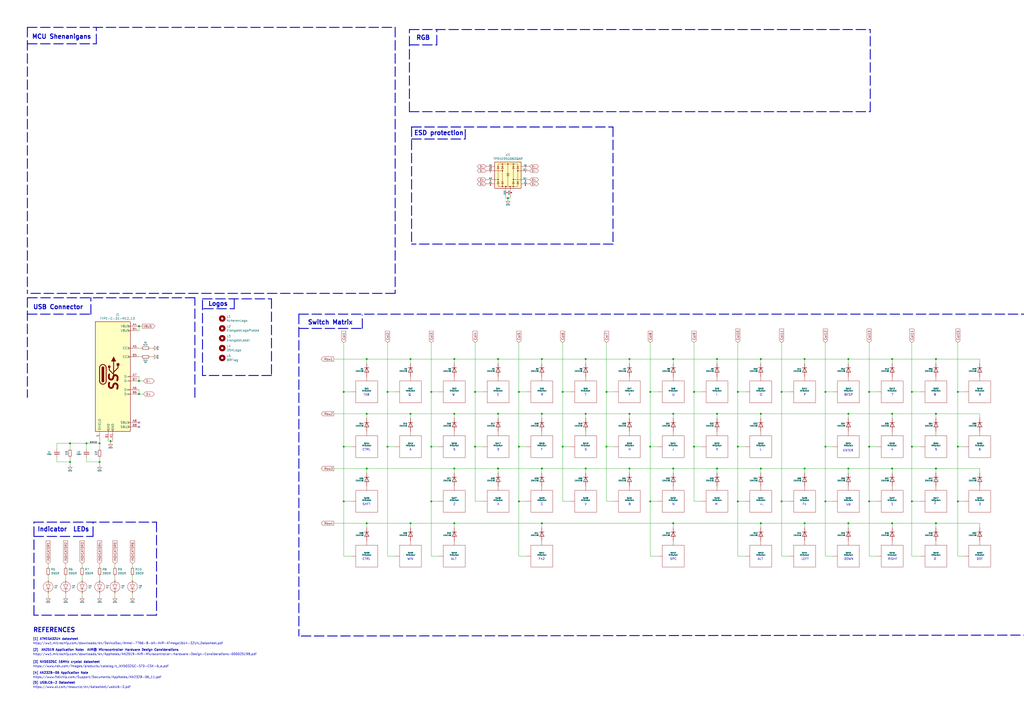
<source format=kicad_sch>
(kicad_sch (version 20200602) (host eeschema "(5.99.0-1913-g40250c427)")
  (page 1 1)
  (paper "A2")
  (title_block (title "ElongatePCB") (date "2019-12-01") (rev "pre-release Beta") (company "Designed by Gondolindrim") (comment 1 "In partnership with MrKeebs"))
  (junction (at 28.575 481.33))
  (junction (at 40.64 257.175))
  (junction (at 40.64 267.97))
  (junction (at 40.64 526.415))
  (junction (at 40.64 558.8))
  (junction (at 45.085 439.42))
  (junction (at 47.625 494.03))
  (junction (at 47.625 526.415))
  (junction (at 47.625 558.8))
  (junction (at 47.625 591.185))
  (junction (at 50.165 257.175))
  (junction (at 55.88 439.42))
  (junction (at 57.785 257.175))
  (junction (at 57.785 267.97))
  (junction (at 57.785 494.03))
  (junction (at 57.785 526.415))
  (junction (at 57.785 558.8))
  (junction (at 57.785 591.185))
  (junction (at 63.5 439.42))
  (junction (at 64.135 255.905))
  (junction (at 67.31 494.03))
  (junction (at 67.31 526.415))
  (junction (at 67.31 558.8))
  (junction (at 67.31 591.185))
  (junction (at 77.47 494.03))
  (junction (at 77.47 526.415))
  (junction (at 77.47 558.8))
  (junction (at 77.47 591.185))
  (junction (at 80.645 189.23))
  (junction (at 80.645 220.98))
  (junction (at 80.645 228.6))
  (junction (at 86.36 494.03))
  (junction (at 86.36 526.415))
  (junction (at 86.36 558.8))
  (junction (at 86.36 591.185))
  (junction (at 96.52 494.03))
  (junction (at 96.52 526.415))
  (junction (at 96.52 558.8))
  (junction (at 96.52 591.185))
  (junction (at 106.68 494.03))
  (junction (at 106.68 526.415))
  (junction (at 106.68 558.8))
  (junction (at 106.68 591.185))
  (junction (at 116.205 494.03))
  (junction (at 116.205 526.415))
  (junction (at 116.205 558.8))
  (junction (at 116.205 591.185))
  (junction (at 126.365 494.03))
  (junction (at 126.365 526.415))
  (junction (at 126.365 558.8))
  (junction (at 126.365 591.185))
  (junction (at 135.255 494.03))
  (junction (at 135.255 526.415))
  (junction (at 135.255 558.8))
  (junction (at 135.255 591.185))
  (junction (at 145.415 494.03))
  (junction (at 145.415 526.415))
  (junction (at 145.415 558.8))
  (junction (at 154.94 494.03))
  (junction (at 154.94 526.415))
  (junction (at 154.94 558.8))
  (junction (at 165.1 494.03))
  (junction (at 165.1 526.415))
  (junction (at 165.1 558.8))
  (junction (at 173.99 494.03))
  (junction (at 199.39 227.33))
  (junction (at 199.39 259.08))
  (junction (at 199.39 290.83))
  (junction (at 212.725 208.28))
  (junction (at 212.725 240.03))
  (junction (at 212.725 271.78))
  (junction (at 212.725 303.53))
  (junction (at 224.79 227.33))
  (junction (at 224.79 259.08))
  (junction (at 238.125 208.28))
  (junction (at 238.125 240.03))
  (junction (at 238.125 303.53))
  (junction (at 250.19 227.33))
  (junction (at 250.19 259.08))
  (junction (at 250.19 290.83))
  (junction (at 263.525 208.28))
  (junction (at 263.525 240.03))
  (junction (at 263.525 271.78))
  (junction (at 263.525 303.53))
  (junction (at 275.59 227.33))
  (junction (at 275.59 259.08))
  (junction (at 288.925 208.28))
  (junction (at 288.925 240.03))
  (junction (at 288.925 271.78))
  (junction (at 294.64 114.935))
  (junction (at 300.99 227.33))
  (junction (at 300.99 259.08))
  (junction (at 300.99 290.83))
  (junction (at 314.325 208.28))
  (junction (at 314.325 240.03))
  (junction (at 314.325 271.78))
  (junction (at 314.325 303.53))
  (junction (at 326.39 227.33))
  (junction (at 326.39 259.08))
  (junction (at 339.725 208.28))
  (junction (at 339.725 240.03))
  (junction (at 339.725 271.78))
  (junction (at 351.79 227.33))
  (junction (at 351.79 259.08))
  (junction (at 365.125 208.28))
  (junction (at 365.125 240.03))
  (junction (at 365.125 271.78))
  (junction (at 377.19 227.33))
  (junction (at 377.19 259.08))
  (junction (at 377.19 290.83))
  (junction (at 390.525 208.28))
  (junction (at 390.525 240.03))
  (junction (at 390.525 271.78))
  (junction (at 390.525 303.53))
  (junction (at 402.59 227.33))
  (junction (at 402.59 259.08))
  (junction (at 415.925 208.28))
  (junction (at 415.925 240.03))
  (junction (at 415.925 271.78))
  (junction (at 427.99 227.33))
  (junction (at 427.99 259.08))
  (junction (at 427.99 290.83))
  (junction (at 441.325 208.28))
  (junction (at 441.325 240.03))
  (junction (at 441.325 271.78))
  (junction (at 441.325 303.53))
  (junction (at 453.39 227.33))
  (junction (at 453.39 290.83))
  (junction (at 466.725 208.28))
  (junction (at 466.725 271.78))
  (junction (at 466.725 303.53))
  (junction (at 478.79 227.33))
  (junction (at 478.79 259.08))
  (junction (at 478.79 290.83))
  (junction (at 492.125 208.28))
  (junction (at 492.125 240.03))
  (junction (at 492.125 271.78))
  (junction (at 492.125 303.53))
  (junction (at 504.19 227.33))
  (junction (at 504.19 259.08))
  (junction (at 504.19 290.83))
  (junction (at 517.525 208.28))
  (junction (at 517.525 240.03))
  (junction (at 517.525 271.78))
  (junction (at 517.525 303.53))
  (junction (at 528.955 227.33))
  (junction (at 528.955 259.08))
  (junction (at 528.955 290.83))
  (junction (at 542.925 208.28))
  (junction (at 542.925 240.03))
  (junction (at 542.925 271.78))
  (junction (at 542.925 303.53))
  (junction (at 555.625 227.33))
  (junction (at 555.625 259.08))
  (junction (at 555.625 290.83))
  (no_connect (at 80.645 247.65))
  (no_connect (at 80.645 245.11))
  (wire (pts (xy 17.78 489.585) (xy 19.685 489.585)))
  (wire (pts (xy 27.94 328.93) (xy 27.94 327.025)))
  (wire (pts (xy 27.94 336.55) (xy 27.94 334.01)))
  (wire (pts (xy 27.94 346.075) (xy 27.94 344.17)))
  (wire (pts (xy 28.575 471.805) (xy 28.575 473.71)))
  (wire (pts (xy 28.575 478.79) (xy 28.575 481.33)))
  (wire (pts (xy 28.575 481.33) (xy 28.575 484.505)))
  (wire (pts (xy 28.575 481.33) (xy 32.385 481.33)))
  (wire (pts (xy 28.575 494.665) (xy 28.575 495.935)))
  (wire (pts (xy 31.115 439.42) (xy 34.29 439.42)))
  (wire (pts (xy 33.02 257.175) (xy 33.02 260.35)))
  (wire (pts (xy 33.02 257.175) (xy 40.64 257.175)))
  (wire (pts (xy 33.02 265.43) (xy 33.02 267.97)))
  (wire (pts (xy 33.02 267.97) (xy 40.64 267.97)))
  (wire (pts (xy 37.465 481.33) (xy 40.005 481.33)))
  (wire (pts (xy 38.1 328.93) (xy 38.1 327.025)))
  (wire (pts (xy 38.1 336.55) (xy 38.1 334.01)))
  (wire (pts (xy 38.1 346.075) (xy 38.1 344.17)))
  (wire (pts (xy 40.64 257.175) (xy 40.64 260.35)))
  (wire (pts (xy 40.64 257.175) (xy 50.165 257.175)))
  (wire (pts (xy 40.64 265.43) (xy 40.64 267.97)))
  (wire (pts (xy 40.64 267.97) (xy 40.64 269.875)))
  (wire (pts (xy 40.64 494.03) (xy 40.64 526.415)))
  (wire (pts (xy 40.64 494.03) (xy 47.625 494.03)))
  (wire (pts (xy 40.64 526.415) (xy 40.64 558.8)))
  (wire (pts (xy 40.64 526.415) (xy 47.625 526.415)))
  (wire (pts (xy 40.64 558.8) (xy 40.64 583.565)))
  (wire (pts (xy 40.64 558.8) (xy 47.625 558.8)))
  (wire (pts (xy 41.91 439.42) (xy 45.085 439.42)))
  (wire (pts (xy 45.085 439.42) (xy 45.085 441.325)))
  (wire (pts (xy 45.085 439.42) (xy 55.88 439.42)))
  (wire (pts (xy 45.085 448.945) (xy 45.085 450.85)))
  (wire (pts (xy 47.625 328.93) (xy 47.625 327.025)))
  (wire (pts (xy 47.625 336.55) (xy 47.625 334.01)))
  (wire (pts (xy 47.625 346.075) (xy 47.625 344.17)))
  (wire (pts (xy 47.625 474.345) (xy 47.625 476.25)))
  (wire (pts (xy 47.625 486.41) (xy 47.625 494.03)))
  (wire (pts (xy 47.625 494.03) (xy 47.625 495.3)))
  (wire (pts (xy 47.625 494.03) (xy 57.785 494.03)))
  (wire (pts (xy 47.625 502.92) (xy 47.625 500.38)))
  (wire (pts (xy 47.625 512.445) (xy 47.625 510.54)))
  (wire (pts (xy 47.625 526.415) (xy 47.625 527.685)))
  (wire (pts (xy 47.625 526.415) (xy 57.785 526.415)))
  (wire (pts (xy 47.625 535.305) (xy 47.625 532.765)))
  (wire (pts (xy 47.625 544.83) (xy 47.625 542.925)))
  (wire (pts (xy 47.625 558.8) (xy 47.625 560.07)))
  (wire (pts (xy 47.625 558.8) (xy 57.785 558.8)))
  (wire (pts (xy 47.625 567.69) (xy 47.625 565.15)))
  (wire (pts (xy 47.625 577.215) (xy 47.625 575.31)))
  (wire (pts (xy 47.625 583.565) (xy 40.64 583.565)))
  (wire (pts (xy 47.625 583.565) (xy 47.625 591.185)))
  (wire (pts (xy 47.625 591.185) (xy 47.625 592.455)))
  (wire (pts (xy 47.625 591.185) (xy 57.785 591.185)))
  (wire (pts (xy 47.625 600.075) (xy 47.625 597.535)))
  (wire (pts (xy 47.625 609.6) (xy 47.625 607.695)))
  (wire (pts (xy 50.165 257.175) (xy 50.165 260.35)))
  (wire (pts (xy 50.165 257.175) (xy 57.785 257.175)))
  (wire (pts (xy 50.165 265.43) (xy 50.165 267.97)))
  (wire (pts (xy 50.165 267.97) (xy 57.785 267.97)))
  (wire (pts (xy 55.88 439.42) (xy 55.88 443.23)))
  (wire (pts (xy 55.88 439.42) (xy 63.5 439.42)))
  (wire (pts (xy 55.88 448.31) (xy 55.88 449.58)))
  (wire (pts (xy 57.785 255.27) (xy 57.785 257.175)))
  (wire (pts (xy 57.785 257.175) (xy 57.785 260.35)))
  (wire (pts (xy 57.785 265.43) (xy 57.785 267.97)))
  (wire (pts (xy 57.785 267.97) (xy 57.785 269.875)))
  (wire (pts (xy 57.785 328.93) (xy 57.785 327.025)))
  (wire (pts (xy 57.785 336.55) (xy 57.785 334.01)))
  (wire (pts (xy 57.785 346.075) (xy 57.785 344.17)))
  (wire (pts (xy 57.785 494.03) (xy 57.785 495.3)))
  (wire (pts (xy 57.785 494.03) (xy 67.31 494.03)))
  (wire (pts (xy 57.785 502.92) (xy 57.785 500.38)))
  (wire (pts (xy 57.785 512.445) (xy 57.785 510.54)))
  (wire (pts (xy 57.785 526.415) (xy 57.785 527.685)))
  (wire (pts (xy 57.785 526.415) (xy 67.31 526.415)))
  (wire (pts (xy 57.785 535.305) (xy 57.785 532.765)))
  (wire (pts (xy 57.785 544.83) (xy 57.785 542.925)))
  (wire (pts (xy 57.785 558.8) (xy 57.785 560.07)))
  (wire (pts (xy 57.785 558.8) (xy 67.31 558.8)))
  (wire (pts (xy 57.785 567.69) (xy 57.785 565.15)))
  (wire (pts (xy 57.785 577.215) (xy 57.785 575.31)))
  (wire (pts (xy 57.785 591.185) (xy 57.785 592.455)))
  (wire (pts (xy 57.785 591.185) (xy 67.31 591.185)))
  (wire (pts (xy 57.785 600.075) (xy 57.785 597.535)))
  (wire (pts (xy 57.785 609.6) (xy 57.785 607.695)))
  (wire (pts (xy 62.865 255.27) (xy 62.865 255.905)))
  (wire (pts (xy 62.865 255.905) (xy 64.135 255.905)))
  (wire (pts (xy 63.5 439.42) (xy 63.5 443.23)))
  (wire (pts (xy 63.5 439.42) (xy 66.04 439.42)))
  (wire (pts (xy 63.5 448.31) (xy 63.5 449.58)))
  (wire (pts (xy 64.135 255.905) (xy 64.135 256.54)))
  (wire (pts (xy 64.135 255.905) (xy 65.405 255.905)))
  (wire (pts (xy 65.405 255.27) (xy 65.405 255.905)))
  (wire (pts (xy 66.675 328.93) (xy 66.675 327.025)))
  (wire (pts (xy 66.675 336.55) (xy 66.675 334.01)))
  (wire (pts (xy 66.675 346.075) (xy 66.675 344.17)))
  (wire (pts (xy 67.31 494.03) (xy 67.31 495.3)))
  (wire (pts (xy 67.31 494.03) (xy 77.47 494.03)))
  (wire (pts (xy 67.31 502.92) (xy 67.31 500.38)))
  (wire (pts (xy 67.31 512.445) (xy 67.31 510.54)))
  (wire (pts (xy 67.31 526.415) (xy 67.31 527.685)))
  (wire (pts (xy 67.31 526.415) (xy 77.47 526.415)))
  (wire (pts (xy 67.31 535.305) (xy 67.31 532.765)))
  (wire (pts (xy 67.31 544.83) (xy 67.31 542.925)))
  (wire (pts (xy 67.31 558.8) (xy 67.31 560.07)))
  (wire (pts (xy 67.31 558.8) (xy 77.47 558.8)))
  (wire (pts (xy 67.31 567.69) (xy 67.31 565.15)))
  (wire (pts (xy 67.31 577.215) (xy 67.31 575.31)))
  (wire (pts (xy 67.31 591.185) (xy 67.31 592.455)))
  (wire (pts (xy 67.31 591.185) (xy 77.47 591.185)))
  (wire (pts (xy 67.31 600.075) (xy 67.31 597.535)))
  (wire (pts (xy 67.31 609.6) (xy 67.31 607.695)))
  (wire (pts (xy 76.835 328.93) (xy 76.835 327.025)))
  (wire (pts (xy 76.835 336.55) (xy 76.835 334.01)))
  (wire (pts (xy 76.835 346.075) (xy 76.835 344.17)))
  (wire (pts (xy 77.47 494.03) (xy 77.47 495.3)))
  (wire (pts (xy 77.47 494.03) (xy 86.36 494.03)))
  (wire (pts (xy 77.47 502.92) (xy 77.47 500.38)))
  (wire (pts (xy 77.47 512.445) (xy 77.47 510.54)))
  (wire (pts (xy 77.47 526.415) (xy 77.47 527.685)))
  (wire (pts (xy 77.47 526.415) (xy 86.36 526.415)))
  (wire (pts (xy 77.47 535.305) (xy 77.47 532.765)))
  (wire (pts (xy 77.47 544.83) (xy 77.47 542.925)))
  (wire (pts (xy 77.47 558.8) (xy 77.47 560.07)))
  (wire (pts (xy 77.47 558.8) (xy 86.36 558.8)))
  (wire (pts (xy 77.47 567.69) (xy 77.47 565.15)))
  (wire (pts (xy 77.47 577.215) (xy 77.47 575.31)))
  (wire (pts (xy 77.47 591.185) (xy 77.47 592.455)))
  (wire (pts (xy 77.47 591.185) (xy 86.36 591.185)))
  (wire (pts (xy 77.47 600.075) (xy 77.47 597.535)))
  (wire (pts (xy 77.47 609.6) (xy 77.47 607.695)))
  (wire (pts (xy 80.645 189.23) (xy 80.645 191.77)))
  (wire (pts (xy 80.645 189.23) (xy 82.55 189.23)))
  (wire (pts (xy 80.645 201.93) (xy 81.915 201.93)))
  (wire (pts (xy 80.645 207.01) (xy 81.915 207.01)))
  (wire (pts (xy 80.645 218.44) (xy 80.645 220.98)))
  (wire (pts (xy 80.645 220.98) (xy 83.185 220.98)))
  (wire (pts (xy 80.645 226.06) (xy 80.645 228.6)))
  (wire (pts (xy 80.645 228.6) (xy 83.185 228.6)))
  (wire (pts (xy 86.36 494.03) (xy 86.36 495.3)))
  (wire (pts (xy 86.36 494.03) (xy 96.52 494.03)))
  (wire (pts (xy 86.36 502.92) (xy 86.36 500.38)))
  (wire (pts (xy 86.36 512.445) (xy 86.36 510.54)))
  (wire (pts (xy 86.36 526.415) (xy 86.36 527.685)))
  (wire (pts (xy 86.36 526.415) (xy 96.52 526.415)))
  (wire (pts (xy 86.36 535.305) (xy 86.36 532.765)))
  (wire (pts (xy 86.36 544.83) (xy 86.36 542.925)))
  (wire (pts (xy 86.36 558.8) (xy 86.36 560.07)))
  (wire (pts (xy 86.36 558.8) (xy 96.52 558.8)))
  (wire (pts (xy 86.36 567.69) (xy 86.36 565.15)))
  (wire (pts (xy 86.36 577.215) (xy 86.36 575.31)))
  (wire (pts (xy 86.36 591.185) (xy 86.36 592.455)))
  (wire (pts (xy 86.36 591.185) (xy 96.52 591.185)))
  (wire (pts (xy 86.36 600.075) (xy 86.36 597.535)))
  (wire (pts (xy 86.36 609.6) (xy 86.36 607.695)))
  (wire (pts (xy 86.995 201.93) (xy 88.265 201.93)))
  (wire (pts (xy 86.995 207.01) (xy 88.265 207.01)))
  (wire (pts (xy 96.52 494.03) (xy 96.52 495.3)))
  (wire (pts (xy 96.52 494.03) (xy 106.68 494.03)))
  (wire (pts (xy 96.52 502.92) (xy 96.52 500.38)))
  (wire (pts (xy 96.52 512.445) (xy 96.52 510.54)))
  (wire (pts (xy 96.52 526.415) (xy 96.52 527.685)))
  (wire (pts (xy 96.52 526.415) (xy 106.68 526.415)))
  (wire (pts (xy 96.52 535.305) (xy 96.52 532.765)))
  (wire (pts (xy 96.52 544.83) (xy 96.52 542.925)))
  (wire (pts (xy 96.52 558.8) (xy 96.52 560.07)))
  (wire (pts (xy 96.52 558.8) (xy 106.68 558.8)))
  (wire (pts (xy 96.52 567.69) (xy 96.52 565.15)))
  (wire (pts (xy 96.52 577.215) (xy 96.52 575.31)))
  (wire (pts (xy 96.52 591.185) (xy 96.52 592.455)))
  (wire (pts (xy 96.52 591.185) (xy 106.68 591.185)))
  (wire (pts (xy 96.52 600.075) (xy 96.52 597.535)))
  (wire (pts (xy 96.52 609.6) (xy 96.52 607.695)))
  (wire (pts (xy 106.68 494.03) (xy 106.68 495.3)))
  (wire (pts (xy 106.68 494.03) (xy 116.205 494.03)))
  (wire (pts (xy 106.68 502.92) (xy 106.68 500.38)))
  (wire (pts (xy 106.68 512.445) (xy 106.68 510.54)))
  (wire (pts (xy 106.68 526.415) (xy 106.68 527.685)))
  (wire (pts (xy 106.68 526.415) (xy 116.205 526.415)))
  (wire (pts (xy 106.68 535.305) (xy 106.68 532.765)))
  (wire (pts (xy 106.68 544.83) (xy 106.68 542.925)))
  (wire (pts (xy 106.68 558.8) (xy 106.68 560.07)))
  (wire (pts (xy 106.68 558.8) (xy 116.205 558.8)))
  (wire (pts (xy 106.68 567.69) (xy 106.68 565.15)))
  (wire (pts (xy 106.68 577.215) (xy 106.68 575.31)))
  (wire (pts (xy 106.68 591.185) (xy 106.68 592.455)))
  (wire (pts (xy 106.68 591.185) (xy 116.205 591.185)))
  (wire (pts (xy 106.68 600.075) (xy 106.68 597.535)))
  (wire (pts (xy 106.68 609.6) (xy 106.68 607.695)))
  (wire (pts (xy 116.205 494.03) (xy 116.205 495.3)))
  (wire (pts (xy 116.205 494.03) (xy 126.365 494.03)))
  (wire (pts (xy 116.205 502.92) (xy 116.205 500.38)))
  (wire (pts (xy 116.205 512.445) (xy 116.205 510.54)))
  (wire (pts (xy 116.205 526.415) (xy 116.205 527.685)))
  (wire (pts (xy 116.205 526.415) (xy 126.365 526.415)))
  (wire (pts (xy 116.205 535.305) (xy 116.205 532.765)))
  (wire (pts (xy 116.205 544.83) (xy 116.205 542.925)))
  (wire (pts (xy 116.205 558.8) (xy 116.205 560.07)))
  (wire (pts (xy 116.205 558.8) (xy 126.365 558.8)))
  (wire (pts (xy 116.205 567.69) (xy 116.205 565.15)))
  (wire (pts (xy 116.205 577.215) (xy 116.205 575.31)))
  (wire (pts (xy 116.205 591.185) (xy 116.205 592.455)))
  (wire (pts (xy 116.205 591.185) (xy 126.365 591.185)))
  (wire (pts (xy 116.205 600.075) (xy 116.205 597.535)))
  (wire (pts (xy 116.205 609.6) (xy 116.205 607.695)))
  (wire (pts (xy 126.365 494.03) (xy 126.365 495.3)))
  (wire (pts (xy 126.365 494.03) (xy 135.255 494.03)))
  (wire (pts (xy 126.365 502.92) (xy 126.365 500.38)))
  (wire (pts (xy 126.365 512.445) (xy 126.365 510.54)))
  (wire (pts (xy 126.365 526.415) (xy 126.365 527.685)))
  (wire (pts (xy 126.365 526.415) (xy 135.255 526.415)))
  (wire (pts (xy 126.365 535.305) (xy 126.365 532.765)))
  (wire (pts (xy 126.365 544.83) (xy 126.365 542.925)))
  (wire (pts (xy 126.365 558.8) (xy 126.365 560.07)))
  (wire (pts (xy 126.365 558.8) (xy 135.255 558.8)))
  (wire (pts (xy 126.365 567.69) (xy 126.365 565.15)))
  (wire (pts (xy 126.365 577.215) (xy 126.365 575.31)))
  (wire (pts (xy 126.365 591.185) (xy 126.365 592.455)))
  (wire (pts (xy 126.365 591.185) (xy 135.255 591.185)))
  (wire (pts (xy 126.365 600.075) (xy 126.365 597.535)))
  (wire (pts (xy 126.365 609.6) (xy 126.365 607.695)))
  (wire (pts (xy 135.255 494.03) (xy 135.255 495.3)))
  (wire (pts (xy 135.255 494.03) (xy 145.415 494.03)))
  (wire (pts (xy 135.255 502.92) (xy 135.255 500.38)))
  (wire (pts (xy 135.255 512.445) (xy 135.255 510.54)))
  (wire (pts (xy 135.255 526.415) (xy 135.255 527.685)))
  (wire (pts (xy 135.255 526.415) (xy 145.415 526.415)))
  (wire (pts (xy 135.255 535.305) (xy 135.255 532.765)))
  (wire (pts (xy 135.255 544.83) (xy 135.255 542.925)))
  (wire (pts (xy 135.255 558.8) (xy 135.255 560.07)))
  (wire (pts (xy 135.255 558.8) (xy 145.415 558.8)))
  (wire (pts (xy 135.255 567.69) (xy 135.255 565.15)))
  (wire (pts (xy 135.255 577.215) (xy 135.255 575.31)))
  (wire (pts (xy 135.255 591.185) (xy 135.255 592.455)))
  (wire (pts (xy 135.255 591.185) (xy 145.415 591.185)))
  (wire (pts (xy 135.255 600.075) (xy 135.255 597.535)))
  (wire (pts (xy 135.255 609.6) (xy 135.255 607.695)))
  (wire (pts (xy 145.415 494.03) (xy 145.415 495.3)))
  (wire (pts (xy 145.415 494.03) (xy 154.94 494.03)))
  (wire (pts (xy 145.415 502.92) (xy 145.415 500.38)))
  (wire (pts (xy 145.415 512.445) (xy 145.415 510.54)))
  (wire (pts (xy 145.415 526.415) (xy 145.415 527.685)))
  (wire (pts (xy 145.415 526.415) (xy 154.94 526.415)))
  (wire (pts (xy 145.415 535.305) (xy 145.415 532.765)))
  (wire (pts (xy 145.415 544.83) (xy 145.415 542.925)))
  (wire (pts (xy 145.415 558.8) (xy 145.415 560.07)))
  (wire (pts (xy 145.415 558.8) (xy 154.94 558.8)))
  (wire (pts (xy 145.415 567.69) (xy 145.415 565.15)))
  (wire (pts (xy 145.415 577.215) (xy 145.415 575.31)))
  (wire (pts (xy 145.415 591.185) (xy 145.415 592.455)))
  (wire (pts (xy 145.415 600.075) (xy 145.415 597.535)))
  (wire (pts (xy 145.415 609.6) (xy 145.415 607.695)))
  (wire (pts (xy 154.94 494.03) (xy 154.94 495.3)))
  (wire (pts (xy 154.94 494.03) (xy 165.1 494.03)))
  (wire (pts (xy 154.94 502.92) (xy 154.94 500.38)))
  (wire (pts (xy 154.94 512.445) (xy 154.94 510.54)))
  (wire (pts (xy 154.94 526.415) (xy 154.94 527.685)))
  (wire (pts (xy 154.94 526.415) (xy 165.1 526.415)))
  (wire (pts (xy 154.94 535.305) (xy 154.94 532.765)))
  (wire (pts (xy 154.94 544.83) (xy 154.94 542.925)))
  (wire (pts (xy 154.94 558.8) (xy 154.94 560.07)))
  (wire (pts (xy 154.94 558.8) (xy 165.1 558.8)))
  (wire (pts (xy 154.94 567.69) (xy 154.94 565.15)))
  (wire (pts (xy 154.94 577.215) (xy 154.94 575.31)))
  (wire (pts (xy 165.1 494.03) (xy 165.1 495.3)))
  (wire (pts (xy 165.1 494.03) (xy 173.99 494.03)))
  (wire (pts (xy 165.1 502.92) (xy 165.1 500.38)))
  (wire (pts (xy 165.1 512.445) (xy 165.1 510.54)))
  (wire (pts (xy 165.1 526.415) (xy 165.1 527.685)))
  (wire (pts (xy 165.1 526.415) (xy 173.99 526.415)))
  (wire (pts (xy 165.1 535.305) (xy 165.1 532.765)))
  (wire (pts (xy 165.1 544.83) (xy 165.1 542.925)))
  (wire (pts (xy 165.1 558.8) (xy 165.1 560.07)))
  (wire (pts (xy 165.1 558.8) (xy 173.99 558.8)))
  (wire (pts (xy 165.1 567.69) (xy 165.1 565.15)))
  (wire (pts (xy 165.1 577.215) (xy 165.1 575.31)))
  (wire (pts (xy 173.99 494.03) (xy 173.99 495.3)))
  (wire (pts (xy 173.99 494.03) (xy 184.15 494.03)))
  (wire (pts (xy 173.99 502.92) (xy 173.99 500.38)))
  (wire (pts (xy 173.99 512.445) (xy 173.99 510.54)))
  (wire (pts (xy 173.99 526.415) (xy 173.99 527.685)))
  (wire (pts (xy 173.99 535.305) (xy 173.99 532.765)))
  (wire (pts (xy 173.99 544.83) (xy 173.99 542.925)))
  (wire (pts (xy 173.99 558.8) (xy 173.99 560.07)))
  (wire (pts (xy 173.99 567.69) (xy 173.99 565.15)))
  (wire (pts (xy 173.99 577.215) (xy 173.99 575.31)))
  (wire (pts (xy 184.15 494.03) (xy 184.15 495.3)))
  (wire (pts (xy 184.15 502.92) (xy 184.15 500.38)))
  (wire (pts (xy 184.15 512.445) (xy 184.15 510.54)))
  (wire (pts (xy 199.39 227.33) (xy 199.39 198.755)))
  (wire (pts (xy 199.39 259.08) (xy 199.39 227.33)))
  (wire (pts (xy 199.39 290.83) (xy 199.39 259.08)))
  (wire (pts (xy 199.39 322.58) (xy 199.39 290.83)))
  (wire (pts (xy 203.835 227.33) (xy 199.39 227.33)))
  (wire (pts (xy 203.835 259.08) (xy 199.39 259.08)))
  (wire (pts (xy 203.835 290.83) (xy 199.39 290.83)))
  (wire (pts (xy 203.835 322.58) (xy 199.39 322.58)))
  (wire (pts (xy 212.725 208.28) (xy 193.675 208.28)))
  (wire (pts (xy 212.725 210.82) (xy 212.725 208.28)))
  (wire (pts (xy 212.725 240.03) (xy 193.675 240.03)))
  (wire (pts (xy 212.725 242.57) (xy 212.725 240.03)))
  (wire (pts (xy 212.725 271.78) (xy 193.675 271.78)))
  (wire (pts (xy 212.725 271.78) (xy 263.525 271.78)))
  (wire (pts (xy 212.725 274.32) (xy 212.725 271.78)))
  (wire (pts (xy 212.725 303.53) (xy 193.675 303.53)))
  (wire (pts (xy 212.725 306.07) (xy 212.725 303.53)))
  (wire (pts (xy 224.79 227.33) (xy 224.79 198.755)))
  (wire (pts (xy 224.79 259.08) (xy 224.79 227.33)))
  (wire (pts (xy 224.79 259.08) (xy 224.79 322.58)))
  (wire (pts (xy 229.235 227.33) (xy 224.79 227.33)))
  (wire (pts (xy 229.235 259.08) (xy 224.79 259.08)))
  (wire (pts (xy 229.235 322.58) (xy 224.79 322.58)))
  (wire (pts (xy 238.125 208.28) (xy 212.725 208.28)))
  (wire (pts (xy 238.125 210.82) (xy 238.125 208.28)))
  (wire (pts (xy 238.125 240.03) (xy 212.725 240.03)))
  (wire (pts (xy 238.125 242.57) (xy 238.125 240.03)))
  (wire (pts (xy 238.125 303.53) (xy 212.725 303.53)))
  (wire (pts (xy 238.125 306.07) (xy 238.125 303.53)))
  (wire (pts (xy 250.19 227.33) (xy 250.19 198.755)))
  (wire (pts (xy 250.19 259.08) (xy 250.19 227.33)))
  (wire (pts (xy 250.19 290.83) (xy 250.19 259.08)))
  (wire (pts (xy 250.19 322.58) (xy 250.19 290.83)))
  (wire (pts (xy 254.635 227.33) (xy 250.19 227.33)))
  (wire (pts (xy 254.635 259.08) (xy 250.19 259.08)))
  (wire (pts (xy 254.635 290.83) (xy 250.19 290.83)))
  (wire (pts (xy 254.635 322.58) (xy 250.19 322.58)))
  (wire (pts (xy 263.525 208.28) (xy 238.125 208.28)))
  (wire (pts (xy 263.525 210.82) (xy 263.525 208.28)))
  (wire (pts (xy 263.525 240.03) (xy 238.125 240.03)))
  (wire (pts (xy 263.525 242.57) (xy 263.525 240.03)))
  (wire (pts (xy 263.525 274.32) (xy 263.525 271.78)))
  (wire (pts (xy 263.525 303.53) (xy 238.125 303.53)))
  (wire (pts (xy 263.525 303.53) (xy 314.325 303.53)))
  (wire (pts (xy 263.525 306.07) (xy 263.525 303.53)))
  (wire (pts (xy 275.59 227.33) (xy 275.59 198.755)))
  (wire (pts (xy 275.59 259.08) (xy 275.59 227.33)))
  (wire (pts (xy 275.59 290.83) (xy 275.59 259.08)))
  (wire (pts (xy 280.035 227.33) (xy 275.59 227.33)))
  (wire (pts (xy 280.035 259.08) (xy 275.59 259.08)))
  (wire (pts (xy 280.035 290.83) (xy 275.59 290.83)))
  (wire (pts (xy 288.925 208.28) (xy 263.525 208.28)))
  (wire (pts (xy 288.925 210.82) (xy 288.925 208.28)))
  (wire (pts (xy 288.925 240.03) (xy 263.525 240.03)))
  (wire (pts (xy 288.925 242.57) (xy 288.925 240.03)))
  (wire (pts (xy 288.925 271.78) (xy 263.525 271.78)))
  (wire (pts (xy 288.925 274.32) (xy 288.925 271.78)))
  (wire (pts (xy 293.37 114.3) (xy 293.37 114.935)))
  (wire (pts (xy 293.37 114.935) (xy 294.64 114.935)))
  (wire (pts (xy 294.64 114.935) (xy 294.64 115.57)))
  (wire (pts (xy 294.64 114.935) (xy 295.91 114.935)))
  (wire (pts (xy 295.91 114.935) (xy 295.91 114.3)))
  (wire (pts (xy 300.99 227.33) (xy 300.99 198.755)))
  (wire (pts (xy 300.99 259.08) (xy 300.99 227.33)))
  (wire (pts (xy 300.99 290.83) (xy 300.99 259.08)))
  (wire (pts (xy 300.99 322.58) (xy 300.99 290.83)))
  (wire (pts (xy 305.435 227.33) (xy 300.99 227.33)))
  (wire (pts (xy 305.435 259.08) (xy 300.99 259.08)))
  (wire (pts (xy 305.435 290.83) (xy 300.99 290.83)))
  (wire (pts (xy 305.435 322.58) (xy 300.99 322.58)))
  (wire (pts (xy 314.325 208.28) (xy 288.925 208.28)))
  (wire (pts (xy 314.325 210.82) (xy 314.325 208.28)))
  (wire (pts (xy 314.325 240.03) (xy 288.925 240.03)))
  (wire (pts (xy 314.325 242.57) (xy 314.325 240.03)))
  (wire (pts (xy 314.325 271.78) (xy 288.925 271.78)))
  (wire (pts (xy 314.325 274.32) (xy 314.325 271.78)))
  (wire (pts (xy 314.325 303.53) (xy 390.525 303.53)))
  (wire (pts (xy 314.325 306.07) (xy 314.325 303.53)))
  (wire (pts (xy 326.39 227.33) (xy 326.39 198.755)))
  (wire (pts (xy 326.39 259.08) (xy 326.39 227.33)))
  (wire (pts (xy 326.39 290.83) (xy 326.39 259.08)))
  (wire (pts (xy 330.835 227.33) (xy 326.39 227.33)))
  (wire (pts (xy 330.835 259.08) (xy 326.39 259.08)))
  (wire (pts (xy 330.835 290.83) (xy 326.39 290.83)))
  (wire (pts (xy 339.725 208.28) (xy 314.325 208.28)))
  (wire (pts (xy 339.725 208.28) (xy 339.725 210.82)))
  (wire (pts (xy 339.725 240.03) (xy 314.325 240.03)))
  (wire (pts (xy 339.725 240.03) (xy 339.725 242.57)))
  (wire (pts (xy 339.725 271.78) (xy 314.325 271.78)))
  (wire (pts (xy 339.725 271.78) (xy 339.725 274.32)))
  (wire (pts (xy 351.79 227.33) (xy 351.79 198.755)))
  (wire (pts (xy 351.79 259.08) (xy 351.79 227.33)))
  (wire (pts (xy 351.79 290.83) (xy 351.79 259.08)))
  (wire (pts (xy 356.235 227.33) (xy 351.79 227.33)))
  (wire (pts (xy 356.235 259.08) (xy 351.79 259.08)))
  (wire (pts (xy 356.235 290.83) (xy 351.79 290.83)))
  (wire (pts (xy 359.41 639.445) (xy 359.41 641.35)))
  (wire (pts (xy 365.125 208.28) (xy 339.725 208.28)))
  (wire (pts (xy 365.125 210.82) (xy 365.125 208.28)))
  (wire (pts (xy 365.125 240.03) (xy 339.725 240.03)))
  (wire (pts (xy 365.125 242.57) (xy 365.125 240.03)))
  (wire (pts (xy 365.125 271.78) (xy 339.725 271.78)))
  (wire (pts (xy 365.125 274.32) (xy 365.125 271.78)))
  (wire (pts (xy 377.19 227.33) (xy 377.19 198.755)))
  (wire (pts (xy 377.19 259.08) (xy 377.19 227.33)))
  (wire (pts (xy 377.19 290.83) (xy 377.19 259.08)))
  (wire (pts (xy 377.19 290.83) (xy 377.19 322.58)))
  (wire (pts (xy 381.635 227.33) (xy 377.19 227.33)))
  (wire (pts (xy 381.635 259.08) (xy 377.19 259.08)))
  (wire (pts (xy 381.635 290.83) (xy 377.19 290.83)))
  (wire (pts (xy 381.635 322.58) (xy 377.19 322.58)))
  (wire (pts (xy 390.525 208.28) (xy 365.125 208.28)))
  (wire (pts (xy 390.525 210.82) (xy 390.525 208.28)))
  (wire (pts (xy 390.525 240.03) (xy 365.125 240.03)))
  (wire (pts (xy 390.525 242.57) (xy 390.525 240.03)))
  (wire (pts (xy 390.525 271.78) (xy 365.125 271.78)))
  (wire (pts (xy 390.525 274.32) (xy 390.525 271.78)))
  (wire (pts (xy 390.525 303.53) (xy 441.325 303.53)))
  (wire (pts (xy 390.525 306.07) (xy 390.525 303.53)))
  (wire (pts (xy 402.59 227.33) (xy 402.59 198.755)))
  (wire (pts (xy 402.59 259.08) (xy 402.59 227.33)))
  (wire (pts (xy 402.59 259.08) (xy 402.59 290.83)))
  (wire (pts (xy 407.035 227.33) (xy 402.59 227.33)))
  (wire (pts (xy 407.035 259.08) (xy 402.59 259.08)))
  (wire (pts (xy 407.035 290.83) (xy 402.59 290.83)))
  (wire (pts (xy 415.925 208.28) (xy 390.525 208.28)))
  (wire (pts (xy 415.925 210.82) (xy 415.925 208.28)))
  (wire (pts (xy 415.925 240.03) (xy 390.525 240.03)))
  (wire (pts (xy 415.925 242.57) (xy 415.925 240.03)))
  (wire (pts (xy 415.925 271.78) (xy 390.525 271.78)))
  (wire (pts (xy 415.925 274.32) (xy 415.925 271.78)))
  (wire (pts (xy 419.1 581.025) (xy 420.37 581.025)))
  (wire (pts (xy 419.1 587.375) (xy 420.37 587.375)))
  (wire (pts (xy 427.99 227.33) (xy 427.99 198.755)))
  (wire (pts (xy 427.99 259.08) (xy 427.99 227.33)))
  (wire (pts (xy 427.99 290.83) (xy 427.99 259.08)))
  (wire (pts (xy 427.99 290.83) (xy 427.99 322.58)))
  (wire (pts (xy 432.435 227.33) (xy 427.99 227.33)))
  (wire (pts (xy 432.435 259.08) (xy 427.99 259.08)))
  (wire (pts (xy 432.435 290.83) (xy 427.99 290.83)))
  (wire (pts (xy 432.435 322.58) (xy 427.99 322.58)))
  (wire (pts (xy 441.325 208.28) (xy 415.925 208.28)))
  (wire (pts (xy 441.325 210.82) (xy 441.325 208.28)))
  (wire (pts (xy 441.325 240.03) (xy 415.925 240.03)))
  (wire (pts (xy 441.325 242.57) (xy 441.325 240.03)))
  (wire (pts (xy 441.325 271.78) (xy 415.925 271.78)))
  (wire (pts (xy 441.325 274.32) (xy 441.325 271.78)))
  (wire (pts (xy 441.325 306.07) (xy 441.325 303.53)))
  (wire (pts (xy 453.39 227.33) (xy 453.39 198.755)))
  (wire (pts (xy 453.39 227.33) (xy 453.39 290.83)))
  (wire (pts (xy 453.39 290.195) (xy 453.39 290.83)))
  (wire (pts (xy 453.39 322.58) (xy 453.39 290.83)))
  (wire (pts (xy 457.835 227.33) (xy 453.39 227.33)))
  (wire (pts (xy 457.835 290.83) (xy 453.39 290.83)))
  (wire (pts (xy 457.835 322.58) (xy 453.39 322.58)))
  (wire (pts (xy 466.725 208.28) (xy 441.325 208.28)))
  (wire (pts (xy 466.725 210.82) (xy 466.725 208.28)))
  (wire (pts (xy 466.725 271.78) (xy 441.325 271.78)))
  (wire (pts (xy 466.725 274.32) (xy 466.725 271.78)))
  (wire (pts (xy 466.725 303.53) (xy 441.325 303.53)))
  (wire (pts (xy 466.725 306.07) (xy 466.725 303.53)))
  (wire (pts (xy 478.79 227.33) (xy 478.79 198.755)))
  (wire (pts (xy 478.79 259.08) (xy 478.79 227.33)))
  (wire (pts (xy 478.79 259.08) (xy 478.79 290.83)))
  (wire (pts (xy 478.79 322.58) (xy 478.79 290.83)))
  (wire (pts (xy 483.235 227.33) (xy 478.79 227.33)))
  (wire (pts (xy 483.235 259.08) (xy 478.79 259.08)))
  (wire (pts (xy 483.235 290.83) (xy 478.79 290.83)))
  (wire (pts (xy 483.235 322.58) (xy 478.79 322.58)))
  (wire (pts (xy 492.125 208.28) (xy 466.725 208.28)))
  (wire (pts (xy 492.125 210.82) (xy 492.125 208.28)))
  (wire (pts (xy 492.125 240.03) (xy 441.325 240.03)))
  (wire (pts (xy 492.125 242.57) (xy 492.125 240.03)))
  (wire (pts (xy 492.125 271.78) (xy 466.725 271.78)))
  (wire (pts (xy 492.125 274.32) (xy 492.125 271.78)))
  (wire (pts (xy 492.125 303.53) (xy 466.725 303.53)))
  (wire (pts (xy 492.125 306.07) (xy 492.125 303.53)))
  (wire (pts (xy 504.19 227.33) (xy 504.19 198.755)))
  (wire (pts (xy 504.19 259.08) (xy 504.19 227.33)))
  (wire (pts (xy 504.19 290.83) (xy 504.19 259.08)))
  (wire (pts (xy 504.19 290.83) (xy 504.19 322.58)))
  (wire (pts (xy 508.635 227.33) (xy 504.19 227.33)))
  (wire (pts (xy 508.635 259.08) (xy 504.19 259.08)))
  (wire (pts (xy 508.635 290.83) (xy 504.19 290.83)))
  (wire (pts (xy 508.635 322.58) (xy 504.19 322.58)))
  (wire (pts (xy 517.525 208.28) (xy 492.125 208.28)))
  (wire (pts (xy 517.525 210.82) (xy 517.525 208.28)))
  (wire (pts (xy 517.525 240.03) (xy 492.125 240.03)))
  (wire (pts (xy 517.525 242.57) (xy 517.525 240.03)))
  (wire (pts (xy 517.525 271.78) (xy 492.125 271.78)))
  (wire (pts (xy 517.525 274.32) (xy 517.525 271.78)))
  (wire (pts (xy 517.525 303.53) (xy 492.125 303.53)))
  (wire (pts (xy 517.525 306.07) (xy 517.525 303.53)))
  (wire (pts (xy 528.955 227.33) (xy 528.955 198.755)))
  (wire (pts (xy 528.955 227.33) (xy 528.955 259.08)))
  (wire (pts (xy 528.955 227.33) (xy 534.035 227.33)))
  (wire (pts (xy 528.955 259.08) (xy 528.955 290.83)))
  (wire (pts (xy 528.955 259.08) (xy 534.035 259.08)))
  (wire (pts (xy 528.955 290.83) (xy 528.955 322.58)))
  (wire (pts (xy 528.955 290.83) (xy 534.035 290.83)))
  (wire (pts (xy 528.955 322.58) (xy 534.035 322.58)))
  (wire (pts (xy 542.925 208.28) (xy 517.525 208.28)))
  (wire (pts (xy 542.925 210.82) (xy 542.925 208.28)))
  (wire (pts (xy 542.925 240.03) (xy 517.525 240.03)))
  (wire (pts (xy 542.925 242.57) (xy 542.925 240.03)))
  (wire (pts (xy 542.925 271.78) (xy 517.525 271.78)))
  (wire (pts (xy 542.925 274.32) (xy 542.925 271.78)))
  (wire (pts (xy 542.925 303.53) (xy 517.525 303.53)))
  (wire (pts (xy 542.925 303.53) (xy 568.325 303.53)))
  (wire (pts (xy 542.925 306.07) (xy 542.925 303.53)))
  (wire (pts (xy 555.625 227.33) (xy 555.625 198.755)))
  (wire (pts (xy 555.625 227.33) (xy 555.625 259.08)))
  (wire (pts (xy 555.625 227.33) (xy 559.435 227.33)))
  (wire (pts (xy 555.625 259.08) (xy 555.625 290.83)))
  (wire (pts (xy 555.625 259.08) (xy 559.435 259.08)))
  (wire (pts (xy 555.625 290.83) (xy 555.625 322.58)))
  (wire (pts (xy 555.625 290.83) (xy 559.435 290.83)))
  (wire (pts (xy 555.625 322.58) (xy 559.435 322.58)))
  (wire (pts (xy 568.325 208.28) (xy 542.925 208.28)))
  (wire (pts (xy 568.325 210.82) (xy 568.325 208.28)))
  (wire (pts (xy 568.325 240.03) (xy 542.925 240.03)))
  (wire (pts (xy 568.325 242.57) (xy 568.325 240.03)))
  (wire (pts (xy 568.325 271.78) (xy 542.925 271.78)))
  (wire (pts (xy 568.325 271.78) (xy 568.325 274.32)))
  (wire (pts (xy 568.325 303.53) (xy 568.325 306.07)))
  (polyline (pts (xy 15.875 15.875) (xy 15.875 170.18)) (stroke (width 0.508) (type dash)))
  (polyline (pts (xy 15.875 15.875) (xy 229.235 15.875)) (stroke (width 0.508) (type dash)))
  (polyline (pts (xy 15.875 25.4) (xy 55.88 25.4)) (stroke (width 0.508) (type dash)))
  (polyline (pts (xy 15.875 172.72) (xy 15.875 230.505)) (stroke (width 0.508) (type dash)))
  (polyline (pts (xy 15.875 182.245) (xy 52.705 182.245)) (stroke (width 0.508) (type dash)))
  (polyline (pts (xy 19.685 302.895) (xy 90.805 302.895)) (stroke (width 0.508) (type dash)))
  (polyline (pts (xy 19.685 311.15) (xy 53.975 311.15)) (stroke (width 0.508) (type dash)))
  (polyline (pts (xy 19.685 356.87) (xy 19.685 302.895)) (stroke (width 0.508) (type dash)))
  (polyline (pts (xy 52.705 182.245) (xy 52.705 172.72)) (stroke (width 0.508) (type dash)))
  (polyline (pts (xy 53.975 311.15) (xy 53.975 302.895)) (stroke (width 0.508) (type dash)))
  (polyline (pts (xy 55.88 25.4) (xy 55.88 15.875)) (stroke (width 0.508) (type dash)))
  (polyline (pts (xy 90.805 302.895) (xy 90.805 356.87)) (stroke (width 0.508) (type dash)))
  (polyline (pts (xy 90.805 356.87) (xy 19.685 356.87)) (stroke (width 0.508) (type dash)))
  (polyline (pts (xy 113.03 172.72) (xy 15.875 172.72)) (stroke (width 0.508) (type dash)))
  (polyline (pts (xy 113.03 230.505) (xy 113.03 172.72)) (stroke (width 0.508) (type dash)))
  (polyline (pts (xy 117.475 173.355) (xy 157.48 173.355)) (stroke (width 0.508) (type dash)))
  (polyline (pts (xy 117.475 217.805) (xy 117.475 173.355)) (stroke (width 0.508) (type dash)))
  (polyline (pts (xy 118.11 179.07) (xy 135.89 179.07)) (stroke (width 0.508) (type dash)))
  (polyline (pts (xy 135.89 179.07) (xy 135.89 173.355)) (stroke (width 0.508) (type dash)))
  (polyline (pts (xy 157.48 173.355) (xy 157.48 217.805)) (stroke (width 0.508) (type dash)))
  (polyline (pts (xy 157.48 217.805) (xy 117.475 217.805)) (stroke (width 0.508) (type dash)))
  (polyline (pts (xy 173.355 182.245) (xy 173.355 368.935)) (stroke (width 0.508) (type dash)))
  (polyline (pts (xy 173.355 182.245) (xy 698.5 182.245)) (stroke (width 0.508) (type dash)))
  (polyline (pts (xy 173.355 190.5) (xy 210.185 190.5)) (stroke (width 0.508) (type dash)))
  (polyline (pts (xy 210.185 190.5) (xy 210.185 182.88)) (stroke (width 0.508) (type dash)))
  (polyline (pts (xy 229.235 15.875) (xy 229.235 170.18)) (stroke (width 0.508) (type dash)))
  (polyline (pts (xy 229.235 170.18) (xy 15.875 170.18)) (stroke (width 0.508) (type dash)))
  (polyline (pts (xy 237.49 17.145) (xy 504.825 17.145)) (stroke (width 0.508) (type dash)))
  (polyline (pts (xy 237.49 26.035) (xy 253.365 26.035)) (stroke (width 0.508) (type dash)))
  (polyline (pts (xy 237.49 64.77) (xy 237.49 17.145)) (stroke (width 0.508) (type dash)))
  (polyline (pts (xy 237.49 64.77) (xy 504.825 64.77)) (stroke (width 0.508) (type dash)))
  (polyline (pts (xy 238.76 73.66) (xy 238.76 141.605)) (stroke (width 0.508) (type dash)))
  (polyline (pts (xy 238.76 73.66) (xy 355.6 73.66)) (stroke (width 0.508) (type dash)))
  (polyline (pts (xy 238.76 80.645) (xy 269.875 80.645)) (stroke (width 0.508) (type dash)))
  (polyline (pts (xy 253.365 26.035) (xy 253.365 17.145)) (stroke (width 0.508) (type dash)))
  (polyline (pts (xy 269.875 80.645) (xy 269.875 73.66)) (stroke (width 0.508) (type dash)))
  (polyline (pts (xy 355.6 73.66) (xy 355.6 141.605)) (stroke (width 0.508) (type dash)))
  (polyline (pts (xy 355.6 141.605) (xy 238.76 141.605)) (stroke (width 0.508) (type dash)))
  (polyline (pts (xy 504.825 64.77) (xy 504.825 17.145)) (stroke (width 0.508) (type dash)))
  (polyline (pts (xy 698.5 182.245) (xy 698.5 368.3)) (stroke (width 0.508) (type dash)))
  (polyline (pts (xy 698.5 368.3) (xy 173.355 368.935)) (stroke (width 0.508) (type dash)))
  (text "MCU Shenanigans" (at 18.415 22.86 0) (effects (font (size 2.54 2.54) (thickness 0.508) bold) (justify left bottom)))
  (text "USB Connector" (at 19.05 179.705 0) (effects (font (size 2.54 2.54) (thickness 0.508) bold) (justify left bottom)))
  (text "REFERENCES" (at 19.05 367.03 0) (effects (font (size 2.54 2.54) (thickness 0.508) bold) (justify left bottom)))
  (text "[1] ATMEGA32U4 datasheet" (at 19.05 371.475 0) (effects (font (size 1.27 1.27) (thickness 0.254) bold) (justify left bottom)))
  (text "http://ww1.microchip.com/downloads/en/DeviceDoc/Atmel-7766-8-bit-AVR-ATmega16U4-32U4_Datasheet.pdf" (at 19.05 374.015 0) (effects (font (size 1.27 1.27)) (justify left bottom)))
  (text "[2]  AN2519 Application Note:  AVR® Microcontroller Hardware Design Considerations" (at 19.05 377.825 0) (effects (font (size 1.27 1.27) (thickness 0.254) bold) (justify left bottom)))
  (text "http://ww1.microchip.com/downloads/en/AppNotes/AN2519-AVR-Microcontroller-Hardware-Design-Considerations-00002519B.pdf" (at 19.05 380.365 0) (effects (font (size 1.27 1.27)) (justify left bottom)))
  (text "\n[3] NX5032GC 16MHz crystal datasheet" (at 19.05 384.81 0) (effects (font (size 1.27 1.27) (thickness 0.254) bold) (justify left bottom)))
  (text "https://www.ndk.com/images/products/catalog/c_NX5032GC-STD-CSK-6_e.pdf" (at 19.05 387.35 0) (effects (font (size 1.27 1.27)) (justify left bottom)))
  (text "\n[4] AN232B-06 Application Note" (at 19.05 391.16 0) (effects (font (size 1.27 1.27) (thickness 0.254) bold) (justify left bottom)))
  (text "https://www.ftdichip.com/Support/Documents/AppNotes/AN232B-06_11.pdf" (at 19.05 393.7 0) (effects (font (size 1.27 1.27)) (justify left bottom)))
  (text "[5] USBLC6-2 Datasheet" (at 19.05 396.875 0) (effects (font (size 1.27 1.27) (thickness 0.254) bold) (justify left bottom)))
  (text "https://www.st.com/resource/en/datasheet/usblc6-2.pdf" (at 19.05 399.415 0) (effects (font (size 1.27 1.27)) (justify left bottom)))
  (text "Indicator  LEDs" (at 21.59 308.61 0) (effects (font (size 2.54 2.54) (thickness 0.508) bold) (justify left bottom)))
  (text "Logos" (at 120.65 177.8 0) (effects (font (size 2.54 2.54) (thickness 0.508) bold) (justify left bottom)))
  (text "Switch Matrix" (at 178.435 188.595 0) (effects (font (size 2.54 2.54) (thickness 0.508) bold) (justify left bottom)))
  (text "CTRL" (at 210.185 261.62 0) (effects (font (size 1.27 1.27)) (justify left bottom)))
  (text "SHFT" (at 210.185 293.37 0) (effects (font (size 1.27 1.27)) (justify left bottom)))
  (text "CTRL" (at 210.185 325.12 0) (effects (font (size 1.27 1.27)) (justify left bottom)))
  (text "TAB" (at 210.82 229.87 0) (effects (font (size 1.27 1.27)) (justify left bottom)))
  (text "WIN" (at 236.22 325.12 0) (effects (font (size 1.27 1.27)) (justify left bottom)))
  (text "Q" (at 236.855 229.87 0) (effects (font (size 1.27 1.27)) (justify left bottom)))
  (text "A" (at 237.49 261.62 0) (effects (font (size 1.27 1.27)) (justify left bottom)))
  (text "ESD protection" (at 240.03 78.74 0) (effects (font (size 2.54 2.54) (thickness 0.508) bold) (justify left bottom)))
  (text "RGB" (at 241.3 23.495 0) (effects (font (size 2.54 2.54) (thickness 0.508) bold) (justify left bottom)))
  (text "ALT" (at 261.62 325.12 0) (effects (font (size 1.27 1.27)) (justify left bottom)))
  (text "W" (at 262.255 229.87 0) (effects (font (size 1.27 1.27)) (justify left bottom)))
  (text "S" (at 262.89 261.62 0) (effects (font (size 1.27 1.27)) (justify left bottom)))
  (text "Z" (at 262.89 293.37 0) (effects (font (size 1.27 1.27)) (justify left bottom)))
  (text "E" (at 288.29 229.87 0) (effects (font (size 1.27 1.27)) (justify left bottom)))
  (text "D" (at 288.29 261.62 0) (effects (font (size 1.27 1.27)) (justify left bottom)))
  (text "X" (at 288.29 293.37 0) (effects (font (size 1.27 1.27)) (justify left bottom)))
  (text "Fn2" (at 312.42 325.12 0) (effects (font (size 1.27 1.27)) (justify left bottom)))
  (text "R" (at 313.69 229.87 0) (effects (font (size 1.27 1.27)) (justify left bottom)))
  (text "F" (at 313.69 261.62 0) (effects (font (size 1.27 1.27)) (justify left bottom)))
  (text "C" (at 313.69 293.37 0) (effects (font (size 1.27 1.27)) (justify left bottom)))
  (text "T" (at 339.09 229.87 0) (effects (font (size 1.27 1.27)) (justify left bottom)))
  (text "G" (at 339.09 261.62 0) (effects (font (size 1.27 1.27)) (justify left bottom)))
  (text "V" (at 339.09 293.37 0) (effects (font (size 1.27 1.27)) (justify left bottom)))
  (text "Y" (at 364.49 229.87 0) (effects (font (size 1.27 1.27)) (justify left bottom)))
  (text "H" (at 364.49 261.62 0) (effects (font (size 1.27 1.27)) (justify left bottom)))
  (text "B" (at 364.49 293.37 0) (effects (font (size 1.27 1.27)) (justify left bottom)))
  (text "SPC" (at 388.62 325.12 0) (effects (font (size 1.27 1.27)) (justify left bottom)))
  (text "U" (at 389.89 229.87 0) (effects (font (size 1.27 1.27)) (justify left bottom)))
  (text "J" (at 389.89 261.62 0) (effects (font (size 1.27 1.27)) (justify left bottom)))
  (text "N" (at 389.89 293.37 0) (effects (font (size 1.27 1.27)) (justify left bottom)))
  (text "M" (at 414.655 293.37 0) (effects (font (size 1.27 1.27)) (justify left bottom)))
  (text "I" (at 415.29 229.87 0) (effects (font (size 1.27 1.27)) (justify left bottom)))
  (text "K" (at 415.29 261.62 0) (effects (font (size 1.27 1.27)) (justify left bottom)))
  (text "ALT" (at 439.42 325.12 0) (effects (font (size 1.27 1.27)) (justify left bottom)))
  (text "O" (at 440.69 229.87 0) (effects (font (size 1.27 1.27)) (justify left bottom)))
  (text "L" (at 440.69 261.62 0) (effects (font (size 1.27 1.27)) (justify left bottom)))
  (text "<," (at 440.69 293.37 0) (effects (font (size 1.27 1.27)) (justify left bottom)))
  (text "LEFT" (at 464.82 325.12 0) (effects (font (size 1.27 1.27)) (justify left bottom)))
  (text "Fn" (at 465.455 293.37 0) (effects (font (size 1.27 1.27)) (justify left bottom)))
  (text "P" (at 466.09 229.87 0) (effects (font (size 1.27 1.27)) (justify left bottom)))
  (text "ENTER" (at 488.95 262.255 0) (effects (font (size 1.27 1.27)) (justify left bottom)))
  (text "BKSP" (at 489.585 229.87 0) (effects (font (size 1.27 1.27)) (justify left bottom)))
  (text "DOWN" (at 489.585 325.12 0) (effects (font (size 1.27 1.27)) (justify left bottom)))
  (text "Up" (at 490.855 293.37 0) (effects (font (size 1.27 1.27)) (justify left bottom)))
  (text "RIGHT" (at 514.985 325.12 0) (effects (font (size 1.27 1.27)) (justify left bottom)))
  (text "7" (at 516.89 229.87 0) (effects (font (size 1.27 1.27)) (justify left bottom)))
  (text "4" (at 516.89 261.62 0) (effects (font (size 1.27 1.27)) (justify left bottom)))
  (text "1" (at 516.89 293.37 0) (effects (font (size 1.27 1.27)) (justify left bottom)))
  (text "8" (at 541.655 229.87 0) (effects (font (size 1.27 1.27)) (justify left bottom)))
  (text "2" (at 541.655 292.735 0) (effects (font (size 1.27 1.27)) (justify left bottom)))
  (text "0" (at 541.655 325.12 0) (effects (font (size 1.27 1.27)) (justify left bottom)))
  (text "5" (at 542.29 261.62 0) (effects (font (size 1.27 1.27)) (justify left bottom)))
  (text "DOT" (at 566.42 325.12 0) (effects (font (size 1.27 1.27)) (justify left bottom)))
  (text "9" (at 567.69 229.87 0) (effects (font (size 1.27 1.27)) (justify left bottom)))
  (text "6" (at 567.69 261.62 0) (effects (font (size 1.27 1.27)) (justify left bottom)))
  (text "3" (at 567.69 293.37 0) (effects (font (size 1.27 1.27)) (justify left bottom)))
  (label "SHIELD" (at 52.07 257.175 0) (effects (font (size 0.762 0.762) (thickness 0.1524) bold)))
  (global_label "LED_PWM" (shape input) (at 17.78 489.585 180))
  (global_label "INDICATOR1" (shape input) (at 27.94 327.025 90))
  (global_label "5V" (shape input) (at 28.575 471.805 90))
  (global_label "VBUS" (shape input) (at 31.115 439.42 180))
  (global_label "INDICATOR2" (shape input) (at 38.1 327.025 90))
  (global_label "INDICATOR3" (shape input) (at 47.625 327.025 90))
  (global_label "5V" (shape input) (at 47.625 474.345 90))
  (global_label "INDICATOR4" (shape input) (at 57.785 327.025 90))
  (global_label "5V" (shape output) (at 66.04 439.42 0))
  (global_label "INDICATOR5" (shape input) (at 66.675 327.025 90))
  (global_label "INDICATOR6" (shape input) (at 76.835 327.025 90))
  (global_label "VBUS" (shape output) (at 82.55 189.23 0))
  (global_label "D-" (shape bidirectional) (at 83.185 220.98 0))
  (global_label "D+" (shape bidirectional) (at 83.185 228.6 0))
  (global_label "Row1" (shape output) (at 193.675 208.28 180))
  (global_label "Row2" (shape output) (at 193.675 240.03 180))
  (global_label "Row3" (shape output) (at 193.675 271.78 180))
  (global_label "Row4" (shape output) (at 193.675 303.53 180))
  (global_label "Col1" (shape input) (at 199.39 198.755 90))
  (global_label "Col2" (shape input) (at 224.79 198.755 90))
  (global_label "Col3" (shape input) (at 250.19 198.755 90))
  (global_label "Col4" (shape input) (at 275.59 198.755 90))
  (global_label "D-" (shape bidirectional) (at 281.94 96.52 180) (effects (font (size 1.016 1.016))))
  (global_label "D-" (shape bidirectional) (at 281.94 99.06 180) (effects (font (size 1.016 1.016))))
  (global_label "D+" (shape bidirectional) (at 281.94 104.14 180) (effects (font (size 1.016 1.016))))
  (global_label "D+" (shape bidirectional) (at 281.94 106.68 180) (effects (font (size 1.016 1.016))))
  (global_label "Col5" (shape input) (at 300.99 198.755 90))
  (global_label "D-" (shape bidirectional) (at 307.34 96.52 0) (effects (font (size 1.016 1.016))))
  (global_label "D-" (shape bidirectional) (at 307.34 99.06 0) (effects (font (size 1.016 1.016))))
  (global_label "D+" (shape bidirectional) (at 307.34 104.14 0) (effects (font (size 1.016 1.016))))
  (global_label "D+" (shape bidirectional) (at 307.34 106.68 0) (effects (font (size 1.016 1.016))))
  (global_label "Col6" (shape input) (at 326.39 198.755 90))
  (global_label "Col7" (shape input) (at 351.79 198.755 90))
  (global_label "LED_PWM" (shape output) (at 359.41 641.35 270))
  (global_label "Col8" (shape input) (at 377.19 198.755 90))
  (global_label "Col9" (shape input) (at 402.59 198.755 90))
  (global_label "D+" (shape bidirectional) (at 420.37 581.025 0) (effects (font (size 1.016 1.016))))
  (global_label "D-" (shape bidirectional) (at 420.37 587.375 0) (effects (font (size 1.016 1.016))))
  (global_label "Col10" (shape input) (at 427.99 198.755 90))
  (global_label "Col11" (shape input) (at 453.39 198.755 90))
  (global_label "Col12" (shape input) (at 478.79 198.755 90))
  (global_label "Col13" (shape input) (at 504.19 198.755 90))
  (global_label "Col14" (shape input) (at 528.955 198.755 90))
  (global_label "Col15" (shape input) (at 555.625 198.755 90))
  (symbol (lib_id "power:GND") (at 27.94 346.075 0) (unit 1)
    (property "Reference" "#PWR07" (effects hide))
    (property "Value" "GND" (at 27.94 349.25 0) (effects (font (size 0.762 0.762))))
  )
  (symbol (lib_id "power:GND") (at 28.575 495.935 0) (unit 1)
    (property "Reference" "#PWR016" (effects hide))
    (property "Value" "GND" (at 28.575 499.11 0) (effects (font (size 0.762 0.762))))
  )
  (symbol (lib_id "power:GND") (at 38.1 346.075 0) (unit 1)
    (property "Reference" "#PWR08" (effects hide))
    (property "Value" "GND" (at 38.1 349.25 0) (effects (font (size 0.762 0.762))))
  )
  (symbol (lib_id "power:GND") (at 40.64 269.875 0) (unit 1)
    (property "Reference" "#PWR05" (effects hide))
    (property "Value" "GND" (at 40.64 273.05 0) (effects (font (size 0.762 0.762))))
  )
  (symbol (lib_id "power:GND") (at 45.085 450.85 0) (unit 1)
    (property "Reference" "#PWR015" (effects hide))
    (property "Value" "GND" (at 45.085 454.025 0) (effects (font (size 0.762 0.762))))
  )
  (symbol (lib_id "power:GND") (at 47.625 346.075 0) (unit 1)
    (property "Reference" "#PWR09" (effects hide))
    (property "Value" "GND" (at 47.625 349.25 0) (effects (font (size 0.762 0.762))))
  )
  (symbol (lib_id "power:GND") (at 47.625 512.445 0) (unit 1)
    (property "Reference" "#PWR017" (effects hide))
    (property "Value" "GND" (at 47.625 515.62 0) (effects (font (size 0.762 0.762))))
  )
  (symbol (lib_id "power:GND") (at 47.625 544.83 0) (unit 1)
    (property "Reference" "#PWR032" (effects hide))
    (property "Value" "GND" (at 47.625 548.005 0) (effects (font (size 0.762 0.762))))
  )
  (symbol (lib_id "power:GND") (at 47.625 577.215 0) (unit 1)
    (property "Reference" "#PWR046" (effects hide))
    (property "Value" "GND" (at 47.625 580.39 0) (effects (font (size 0.762 0.762))))
  )
  (symbol (lib_id "power:GND") (at 47.625 609.6 0) (unit 1)
    (property "Reference" "#PWR060" (effects hide))
    (property "Value" "GND" (at 47.625 612.775 0) (effects (font (size 0.762 0.762))))
  )
  (symbol (lib_id "power:GND") (at 55.88 449.58 0) (unit 1)
    (property "Reference" "#PWR013" (effects hide))
    (property "Value" "GND" (at 55.88 452.755 0) (effects (font (size 0.762 0.762))))
  )
  (symbol (lib_id "power:GND") (at 57.785 269.875 0) (unit 1)
    (property "Reference" "#PWR06" (effects hide))
    (property "Value" "GND" (at 57.785 273.05 0) (effects (font (size 0.762 0.762))))
  )
  (symbol (lib_id "power:GND") (at 57.785 346.075 0) (unit 1)
    (property "Reference" "#PWR010" (effects hide))
    (property "Value" "GND" (at 57.785 349.25 0) (effects (font (size 0.762 0.762))))
  )
  (symbol (lib_id "power:GND") (at 57.785 512.445 0) (unit 1)
    (property "Reference" "#PWR018" (effects hide))
    (property "Value" "GND" (at 57.785 515.62 0) (effects (font (size 0.762 0.762))))
  )
  (symbol (lib_id "power:GND") (at 57.785 544.83 0) (unit 1)
    (property "Reference" "#PWR033" (effects hide))
    (property "Value" "GND" (at 57.785 548.005 0) (effects (font (size 0.762 0.762))))
  )
  (symbol (lib_id "power:GND") (at 57.785 577.215 0) (unit 1)
    (property "Reference" "#PWR047" (effects hide))
    (property "Value" "GND" (at 57.785 580.39 0) (effects (font (size 0.762 0.762))))
  )
  (symbol (lib_id "power:GND") (at 57.785 609.6 0) (unit 1)
    (property "Reference" "#PWR061" (effects hide))
    (property "Value" "GND" (at 57.785 612.775 0) (effects (font (size 0.762 0.762))))
  )
  (symbol (lib_id "power:GND") (at 63.5 449.58 0) (unit 1)
    (property "Reference" "#PWR014" (effects hide))
    (property "Value" "GND" (at 63.5 452.755 0) (effects (font (size 0.762 0.762))))
  )
  (symbol (lib_id "power:GND") (at 64.135 256.54 0) (unit 1)
    (property "Reference" "#PWR04" (effects hide))
    (property "Value" "GND" (at 64.135 259.715 0) (effects (font (size 0.762 0.762))))
  )
  (symbol (lib_id "power:GND") (at 66.675 346.075 0) (unit 1)
    (property "Reference" "#PWR011" (effects hide))
    (property "Value" "GND" (at 66.675 349.25 0) (effects (font (size 0.762 0.762))))
  )
  (symbol (lib_id "power:GND") (at 67.31 512.445 0) (unit 1)
    (property "Reference" "#PWR019" (effects hide))
    (property "Value" "GND" (at 67.31 515.62 0) (effects (font (size 0.762 0.762))))
  )
  (symbol (lib_id "power:GND") (at 67.31 544.83 0) (unit 1)
    (property "Reference" "#PWR034" (effects hide))
    (property "Value" "GND" (at 67.31 548.005 0) (effects (font (size 0.762 0.762))))
  )
  (symbol (lib_id "power:GND") (at 67.31 577.215 0) (unit 1)
    (property "Reference" "#PWR048" (effects hide))
    (property "Value" "GND" (at 67.31 580.39 0) (effects (font (size 0.762 0.762))))
  )
  (symbol (lib_id "power:GND") (at 67.31 609.6 0) (unit 1)
    (property "Reference" "#PWR062" (effects hide))
    (property "Value" "GND" (at 67.31 612.775 0) (effects (font (size 0.762 0.762))))
  )
  (symbol (lib_id "power:GND") (at 76.835 346.075 0) (unit 1)
    (property "Reference" "#PWR012" (effects hide))
    (property "Value" "GND" (at 76.835 349.25 0) (effects (font (size 0.762 0.762))))
  )
  (symbol (lib_id "power:GND") (at 77.47 512.445 0) (unit 1)
    (property "Reference" "#PWR020" (effects hide))
    (property "Value" "GND" (at 77.47 515.62 0) (effects (font (size 0.762 0.762))))
  )
  (symbol (lib_id "power:GND") (at 77.47 544.83 0) (unit 1)
    (property "Reference" "#PWR035" (effects hide))
    (property "Value" "GND" (at 77.47 548.005 0) (effects (font (size 0.762 0.762))))
  )
  (symbol (lib_id "power:GND") (at 77.47 577.215 0) (unit 1)
    (property "Reference" "#PWR049" (effects hide))
    (property "Value" "GND" (at 77.47 580.39 0) (effects (font (size 0.762 0.762))))
  )
  (symbol (lib_id "power:GND") (at 77.47 609.6 0) (unit 1)
    (property "Reference" "#PWR063" (effects hide))
    (property "Value" "GND" (at 77.47 612.775 0) (effects (font (size 0.762 0.762))))
  )
  (symbol (lib_id "power:GND") (at 86.36 512.445 0) (unit 1)
    (property "Reference" "#PWR021" (effects hide))
    (property "Value" "GND" (at 86.36 515.62 0) (effects (font (size 0.762 0.762))))
  )
  (symbol (lib_id "power:GND") (at 86.36 544.83 0) (unit 1)
    (property "Reference" "#PWR036" (effects hide))
    (property "Value" "GND" (at 86.36 548.005 0) (effects (font (size 0.762 0.762))))
  )
  (symbol (lib_id "power:GND") (at 86.36 577.215 0) (unit 1)
    (property "Reference" "#PWR050" (effects hide))
    (property "Value" "GND" (at 86.36 580.39 0) (effects (font (size 0.762 0.762))))
  )
  (symbol (lib_id "power:GND") (at 86.36 609.6 0) (unit 1)
    (property "Reference" "#PWR064" (effects hide))
    (property "Value" "GND" (at 86.36 612.775 0) (effects (font (size 0.762 0.762))))
  )
  (symbol (lib_id "power:GND") (at 88.265 201.93 90) (unit 1)
    (property "Reference" "#PWR02" (effects hide))
    (property "Value" "GND" (at 91.44 201.93 0) (effects (font (size 0.762 0.762))))
  )
  (symbol (lib_id "power:GND") (at 88.265 207.01 90) (unit 1)
    (property "Reference" "#PWR03" (effects hide))
    (property "Value" "GND" (at 91.44 207.01 0) (effects (font (size 0.762 0.762))))
  )
  (symbol (lib_id "power:GND") (at 96.52 512.445 0) (unit 1)
    (property "Reference" "#PWR022" (effects hide))
    (property "Value" "GND" (at 96.52 515.62 0) (effects (font (size 0.762 0.762))))
  )
  (symbol (lib_id "power:GND") (at 96.52 544.83 0) (unit 1)
    (property "Reference" "#PWR037" (effects hide))
    (property "Value" "GND" (at 96.52 548.005 0) (effects (font (size 0.762 0.762))))
  )
  (symbol (lib_id "power:GND") (at 96.52 577.215 0) (unit 1)
    (property "Reference" "#PWR051" (effects hide))
    (property "Value" "GND" (at 96.52 580.39 0) (effects (font (size 0.762 0.762))))
  )
  (symbol (lib_id "power:GND") (at 96.52 609.6 0) (unit 1)
    (property "Reference" "#PWR065" (effects hide))
    (property "Value" "GND" (at 96.52 612.775 0) (effects (font (size 0.762 0.762))))
  )
  (symbol (lib_id "power:GND") (at 106.68 512.445 0) (unit 1)
    (property "Reference" "#PWR023" (effects hide))
    (property "Value" "GND" (at 106.68 515.62 0) (effects (font (size 0.762 0.762))))
  )
  (symbol (lib_id "power:GND") (at 106.68 544.83 0) (unit 1)
    (property "Reference" "#PWR038" (effects hide))
    (property "Value" "GND" (at 106.68 548.005 0) (effects (font (size 0.762 0.762))))
  )
  (symbol (lib_id "power:GND") (at 106.68 577.215 0) (unit 1)
    (property "Reference" "#PWR052" (effects hide))
    (property "Value" "GND" (at 106.68 580.39 0) (effects (font (size 0.762 0.762))))
  )
  (symbol (lib_id "power:GND") (at 106.68 609.6 0) (unit 1)
    (property "Reference" "#PWR066" (effects hide))
    (property "Value" "GND" (at 106.68 612.775 0) (effects (font (size 0.762 0.762))))
  )
  (symbol (lib_id "power:GND") (at 116.205 512.445 0) (unit 1)
    (property "Reference" "#PWR024" (effects hide))
    (property "Value" "GND" (at 116.205 515.62 0) (effects (font (size 0.762 0.762))))
  )
  (symbol (lib_id "power:GND") (at 116.205 544.83 0) (unit 1)
    (property "Reference" "#PWR039" (effects hide))
    (property "Value" "GND" (at 116.205 548.005 0) (effects (font (size 0.762 0.762))))
  )
  (symbol (lib_id "power:GND") (at 116.205 577.215 0) (unit 1)
    (property "Reference" "#PWR053" (effects hide))
    (property "Value" "GND" (at 116.205 580.39 0) (effects (font (size 0.762 0.762))))
  )
  (symbol (lib_id "power:GND") (at 116.205 609.6 0) (unit 1)
    (property "Reference" "#PWR067" (effects hide))
    (property "Value" "GND" (at 116.205 612.775 0) (effects (font (size 0.762 0.762))))
  )
  (symbol (lib_id "power:GND") (at 126.365 512.445 0) (unit 1)
    (property "Reference" "#PWR025" (effects hide))
    (property "Value" "GND" (at 126.365 515.62 0) (effects (font (size 0.762 0.762))))
  )
  (symbol (lib_id "power:GND") (at 126.365 544.83 0) (unit 1)
    (property "Reference" "#PWR040" (effects hide))
    (property "Value" "GND" (at 126.365 548.005 0) (effects (font (size 0.762 0.762))))
  )
  (symbol (lib_id "power:GND") (at 126.365 577.215 0) (unit 1)
    (property "Reference" "#PWR054" (effects hide))
    (property "Value" "GND" (at 126.365 580.39 0) (effects (font (size 0.762 0.762))))
  )
  (symbol (lib_id "power:GND") (at 126.365 609.6 0) (unit 1)
    (property "Reference" "#PWR068" (effects hide))
    (property "Value" "GND" (at 126.365 612.775 0) (effects (font (size 0.762 0.762))))
  )
  (symbol (lib_id "power:GND") (at 135.255 512.445 0) (unit 1)
    (property "Reference" "#PWR026" (effects hide))
    (property "Value" "GND" (at 135.255 515.62 0) (effects (font (size 0.762 0.762))))
  )
  (symbol (lib_id "power:GND") (at 135.255 544.83 0) (unit 1)
    (property "Reference" "#PWR041" (effects hide))
    (property "Value" "GND" (at 135.255 548.005 0) (effects (font (size 0.762 0.762))))
  )
  (symbol (lib_id "power:GND") (at 135.255 577.215 0) (unit 1)
    (property "Reference" "#PWR055" (effects hide))
    (property "Value" "GND" (at 135.255 580.39 0) (effects (font (size 0.762 0.762))))
  )
  (symbol (lib_id "power:GND") (at 135.255 609.6 0) (unit 1)
    (property "Reference" "#PWR069" (effects hide))
    (property "Value" "GND" (at 135.255 612.775 0) (effects (font (size 0.762 0.762))))
  )
  (symbol (lib_id "power:GND") (at 145.415 512.445 0) (unit 1)
    (property "Reference" "#PWR027" (effects hide))
    (property "Value" "GND" (at 145.415 515.62 0) (effects (font (size 0.762 0.762))))
  )
  (symbol (lib_id "power:GND") (at 145.415 544.83 0) (unit 1)
    (property "Reference" "#PWR042" (effects hide))
    (property "Value" "GND" (at 145.415 548.005 0) (effects (font (size 0.762 0.762))))
  )
  (symbol (lib_id "power:GND") (at 145.415 577.215 0) (unit 1)
    (property "Reference" "#PWR056" (effects hide))
    (property "Value" "GND" (at 145.415 580.39 0) (effects (font (size 0.762 0.762))))
  )
  (symbol (lib_id "power:GND") (at 145.415 609.6 0) (unit 1)
    (property "Reference" "#PWR070" (effects hide))
    (property "Value" "GND" (at 145.415 612.775 0) (effects (font (size 0.762 0.762))))
  )
  (symbol (lib_id "power:GND") (at 154.94 512.445 0) (unit 1)
    (property "Reference" "#PWR028" (effects hide))
    (property "Value" "GND" (at 154.94 515.62 0) (effects (font (size 0.762 0.762))))
  )
  (symbol (lib_id "power:GND") (at 154.94 544.83 0) (unit 1)
    (property "Reference" "#PWR043" (effects hide))
    (property "Value" "GND" (at 154.94 548.005 0) (effects (font (size 0.762 0.762))))
  )
  (symbol (lib_id "power:GND") (at 154.94 577.215 0) (unit 1)
    (property "Reference" "#PWR057" (effects hide))
    (property "Value" "GND" (at 154.94 580.39 0) (effects (font (size 0.762 0.762))))
  )
  (symbol (lib_id "power:GND") (at 165.1 512.445 0) (unit 1)
    (property "Reference" "#PWR029" (effects hide))
    (property "Value" "GND" (at 165.1 515.62 0) (effects (font (size 0.762 0.762))))
  )
  (symbol (lib_id "power:GND") (at 165.1 544.83 0) (unit 1)
    (property "Reference" "#PWR044" (effects hide))
    (property "Value" "GND" (at 165.1 548.005 0) (effects (font (size 0.762 0.762))))
  )
  (symbol (lib_id "power:GND") (at 165.1 577.215 0) (unit 1)
    (property "Reference" "#PWR058" (effects hide))
    (property "Value" "GND" (at 165.1 580.39 0) (effects (font (size 0.762 0.762))))
  )
  (symbol (lib_id "power:GND") (at 173.99 512.445 0) (unit 1)
    (property "Reference" "#PWR030" (effects hide))
    (property "Value" "GND" (at 173.99 515.62 0) (effects (font (size 0.762 0.762))))
  )
  (symbol (lib_id "power:GND") (at 173.99 544.83 0) (unit 1)
    (property "Reference" "#PWR045" (effects hide))
    (property "Value" "GND" (at 173.99 548.005 0) (effects (font (size 0.762 0.762))))
  )
  (symbol (lib_id "power:GND") (at 173.99 577.215 0) (unit 1)
    (property "Reference" "#PWR059" (effects hide))
    (property "Value" "GND" (at 173.99 580.39 0) (effects (font (size 0.762 0.762))))
  )
  (symbol (lib_id "power:GND") (at 184.15 512.445 0) (unit 1)
    (property "Reference" "#PWR031" (effects hide))
    (property "Value" "GND" (at 184.15 515.62 0) (effects (font (size 0.762 0.762))))
  )
  (symbol (lib_id "power:GND") (at 294.64 115.57 0) (unit 1)
    (property "Reference" "#PWR01" (effects hide))
    (property "Value" "GND" (at 294.64 118.745 0) (effects (font (size 0.762 0.762))))
  )
  (symbol (lib_id "Device:R_Small") (at 27.94 331.47 0) (unit 1)
    (property "Reference" "R5" (at 29.4386 330.3016 0) (effects (justify left)))
    (property "Value" "390R" (at 29.4386 332.613 0) (effects (justify left)))
    (property "Footprint" "acheron_Components:R_SMD_1206" (effects hide))
    (property "Package" "R1206" (effects hide))
  )
  (symbol (lib_id "Device:R_Small") (at 28.575 476.25 0) (unit 1)
    (property "Reference" "R12" (at 30.0736 475.0816 0) (effects (justify left)))
    (property "Value" "10k" (at 30.0736 477.393 0) (effects (justify left)))
    (property "Footprint" "acheron_Components:R_SMD_1206" (effects hide))
    (property "Package" "R1206" (effects hide))
  )
  (symbol (lib_name "Device:R_Small_6") (lib_id "Device:R_Small") (at 34.925 481.33 270) (unit 1)
    (property "Reference" "R13" (at 34.925 484.505 90) (effects (font (size 0.762 0.762))))
    (property "Value" "100R" (at 34.925 483.235 90) (effects (font (size 0.762 0.762))))
    (property "Footprint" "acheron_Components:R_SMD_1206" (effects hide))
    (property "Package" "R1206" (effects hide))
  )
  (symbol (lib_id "Device:R_Small") (at 38.1 331.47 0) (unit 1)
    (property "Reference" "R6" (at 39.5986 330.3016 0) (effects (justify left)))
    (property "Value" "390R" (at 39.5986 332.613 0) (effects (justify left)))
    (property "Footprint" "acheron_Components:R_SMD_1206" (effects hide))
    (property "Package" "R1206" (effects hide))
  )
  (symbol (lib_name "Device:R_Small_4") (lib_id "Device:R_Small") (at 40.64 262.89 180) (unit 1)
    (property "Reference" "R3" (at 39.37 262.255 0) (effects (font (size 0.762 0.762)) (justify left)))
    (property "Value" "1M" (at 39.37 263.525 0) (effects (font (size 0.762 0.762)) (justify left)))
    (property "Footprint" "acheron_Components:R_SMD_1206" (effects hide))
    (property "Package" "R1206" (effects hide))
  )
  (symbol (lib_id "Device:R_Small") (at 47.625 331.47 0) (unit 1)
    (property "Reference" "R7" (at 49.1236 330.3016 0) (effects (justify left)))
    (property "Value" "390R" (at 49.1236 332.613 0) (effects (justify left)))
    (property "Footprint" "acheron_Components:R_SMD_1206" (effects hide))
    (property "Package" "R1206" (effects hide))
  )
  (symbol (lib_id "Device:R_Small") (at 47.625 497.84 0) (unit 1)
    (property "Reference" "R14" (at 49.1236 496.6716 0) (effects (justify left)))
    (property "Value" "390R" (at 49.1236 498.983 0) (effects (justify left)))
    (property "Footprint" "acheron_Components:R_SMD_1206" (effects hide))
    (property "Package" "R1206" (effects hide))
  )
  (symbol (lib_id "Device:R_Small") (at 47.625 530.225 0) (unit 1)
    (property "Reference" "R29" (at 49.1236 529.0566 0) (effects (justify left)))
    (property "Value" "390R" (at 49.1236 531.368 0) (effects (justify left)))
    (property "Footprint" "acheron_Components:R_SMD_1206" (effects hide))
    (property "Package" "R1206" (effects hide))
  )
  (symbol (lib_id "Device:R_Small") (at 47.625 562.61 0) (unit 1)
    (property "Reference" "R43" (at 49.1236 561.4416 0) (effects (justify left)))
    (property "Value" "390R" (at 49.1236 563.753 0) (effects (justify left)))
    (property "Footprint" "acheron_Components:R_SMD_1206" (effects hide))
    (property "Package" "R1206" (effects hide))
  )
  (symbol (lib_id "Device:R_Small") (at 47.625 594.995 0) (unit 1)
    (property "Reference" "R57" (at 49.1236 593.8266 0) (effects (justify left)))
    (property "Value" "390R" (at 49.1236 596.138 0) (effects (justify left)))
    (property "Footprint" "acheron_Components:R_SMD_1206" (effects hide))
    (property "Package" "R1206" (effects hide))
  )
  (symbol (lib_name "Device:R_Small_3") (lib_id "Device:R_Small") (at 57.785 262.89 180) (unit 1)
    (property "Reference" "R4" (at 56.515 262.255 0) (effects (font (size 0.762 0.762)) (justify left)))
    (property "Value" "1M" (at 56.515 263.525 0) (effects (font (size 0.762 0.762)) (justify left)))
    (property "Footprint" "acheron_Components:R_SMD_1206" (effects hide))
    (property "Package" "R1206" (effects hide))
  )
  (symbol (lib_id "Device:R_Small") (at 57.785 331.47 0) (unit 1)
    (property "Reference" "R8" (at 59.2836 330.3016 0) (effects (justify left)))
    (property "Value" "390R" (at 59.2836 332.613 0) (effects (justify left)))
    (property "Footprint" "acheron_Components:R_SMD_1206" (effects hide))
    (property "Package" "R1206" (effects hide))
  )
  (symbol (lib_id "Device:R_Small") (at 57.785 497.84 0) (unit 1)
    (property "Reference" "R15" (at 59.2836 496.6716 0) (effects (justify left)))
    (property "Value" "390R" (at 59.2836 498.983 0) (effects (justify left)))
    (property "Footprint" "acheron_Components:R_SMD_1206" (effects hide))
    (property "Package" "R1206" (effects hide))
  )
  (symbol (lib_id "Device:R_Small") (at 57.785 530.225 0) (unit 1)
    (property "Reference" "R30" (at 59.2836 529.0566 0) (effects (justify left)))
    (property "Value" "390R" (at 59.2836 531.368 0) (effects (justify left)))
    (property "Footprint" "acheron_Components:R_SMD_1206" (effects hide))
    (property "Package" "R1206" (effects hide))
  )
  (symbol (lib_id "Device:R_Small") (at 57.785 562.61 0) (unit 1)
    (property "Reference" "R44" (at 59.2836 561.4416 0) (effects (justify left)))
    (property "Value" "390R" (at 59.2836 563.753 0) (effects (justify left)))
    (property "Footprint" "acheron_Components:R_SMD_1206" (effects hide))
    (property "Package" "R1206" (effects hide))
  )
  (symbol (lib_id "Device:R_Small") (at 57.785 594.995 0) (unit 1)
    (property "Reference" "R58" (at 59.2836 593.8266 0) (effects (justify left)))
    (property "Value" "390R" (at 59.2836 596.138 0) (effects (justify left)))
    (property "Footprint" "acheron_Components:R_SMD_1206" (effects hide))
    (property "Package" "R1206" (effects hide))
  )
  (symbol (lib_name "Device:R_Small_5") (lib_id "Device:R_Small") (at 63.5 445.77 180) (unit 1)
    (property "Reference" "R11" (at 62.23 445.135 0) (effects (font (size 0.762 0.762)) (justify left)))
    (property "Value" "1M" (at 62.23 446.405 0) (effects (font (size 0.762 0.762)) (justify left)))
    (property "Footprint" "acheron_Components:R_SMD_1206" (effects hide))
    (property "Package" "R1206" (effects hide))
  )
  (symbol (lib_id "Device:R_Small") (at 66.675 331.47 0) (unit 1)
    (property "Reference" "R9" (at 68.1736 330.3016 0) (effects (justify left)))
    (property "Value" "390R" (at 68.1736 332.613 0) (effects (justify left)))
    (property "Footprint" "acheron_Components:R_SMD_1206" (effects hide))
    (property "Package" "R1206" (effects hide))
  )
  (symbol (lib_id "Device:R_Small") (at 67.31 497.84 0) (unit 1)
    (property "Reference" "R16" (at 68.8086 496.6716 0) (effects (justify left)))
    (property "Value" "390R" (at 68.8086 498.983 0) (effects (justify left)))
    (property "Footprint" "acheron_Components:R_SMD_1206" (effects hide))
    (property "Package" "R1206" (effects hide))
  )
  (symbol (lib_id "Device:R_Small") (at 67.31 530.225 0) (unit 1)
    (property "Reference" "R31" (at 68.8086 529.0566 0) (effects (justify left)))
    (property "Value" "390R" (at 68.8086 531.368 0) (effects (justify left)))
    (property "Footprint" "acheron_Components:R_SMD_1206" (effects hide))
    (property "Package" "R1206" (effects hide))
  )
  (symbol (lib_id "Device:R_Small") (at 67.31 562.61 0) (unit 1)
    (property "Reference" "R45" (at 68.8086 561.4416 0) (effects (justify left)))
    (property "Value" "390R" (at 68.8086 563.753 0) (effects (justify left)))
    (property "Footprint" "acheron_Components:R_SMD_1206" (effects hide))
    (property "Package" "R1206" (effects hide))
  )
  (symbol (lib_id "Device:R_Small") (at 67.31 594.995 0) (unit 1)
    (property "Reference" "R59" (at 68.8086 593.8266 0) (effects (justify left)))
    (property "Value" "390R" (at 68.8086 596.138 0) (effects (justify left)))
    (property "Footprint" "acheron_Components:R_SMD_1206" (effects hide))
    (property "Package" "R1206" (effects hide))
  )
  (symbol (lib_id "Device:R_Small") (at 76.835 331.47 0) (unit 1)
    (property "Reference" "R10" (at 78.3336 330.3016 0) (effects (justify left)))
    (property "Value" "390R" (at 78.3336 332.613 0) (effects (justify left)))
    (property "Footprint" "acheron_Components:R_SMD_1206" (effects hide))
    (property "Package" "R1206" (effects hide))
  )
  (symbol (lib_id "Device:R_Small") (at 77.47 497.84 0) (unit 1)
    (property "Reference" "R17" (at 78.9686 496.6716 0) (effects (justify left)))
    (property "Value" "390R" (at 78.9686 498.983 0) (effects (justify left)))
    (property "Footprint" "acheron_Components:R_SMD_1206" (effects hide))
    (property "Package" "R1206" (effects hide))
  )
  (symbol (lib_id "Device:R_Small") (at 77.47 530.225 0) (unit 1)
    (property "Reference" "R32" (at 78.9686 529.0566 0) (effects (justify left)))
    (property "Value" "390R" (at 78.9686 531.368 0) (effects (justify left)))
    (property "Footprint" "acheron_Components:R_SMD_1206" (effects hide))
    (property "Package" "R1206" (effects hide))
  )
  (symbol (lib_id "Device:R_Small") (at 77.47 562.61 0) (unit 1)
    (property "Reference" "R46" (at 78.9686 561.4416 0) (effects (justify left)))
    (property "Value" "390R" (at 78.9686 563.753 0) (effects (justify left)))
    (property "Footprint" "acheron_Components:R_SMD_1206" (effects hide))
    (property "Package" "R1206" (effects hide))
  )
  (symbol (lib_id "Device:R_Small") (at 77.47 594.995 0) (unit 1)
    (property "Reference" "R60" (at 78.9686 593.8266 0) (effects (justify left)))
    (property "Value" "390R" (at 78.9686 596.138 0) (effects (justify left)))
    (property "Footprint" "acheron_Components:R_SMD_1206" (effects hide))
    (property "Package" "R1206" (effects hide))
  )
  (symbol (lib_name "Device:R_Small_1") (lib_id "Device:R_Small") (at 84.455 201.93 270) (unit 1)
    (property "Reference" "R1" (at 84.455 198.755 90) (effects (font (size 0.762 0.762))))
    (property "Value" "5.1k" (at 84.455 200.025 90) (effects (font (size 0.762 0.762))))
    (property "Footprint" "Resistor_SMD:R_0402_1005Metric" (effects hide))
    (property "Package" "R0402" (effects hide))
  )
  (symbol (lib_name "Device:R_Small_2") (lib_id "Device:R_Small") (at 84.455 207.01 270) (unit 1)
    (property "Reference" "R2" (at 84.455 210.185 90) (effects (font (size 0.762 0.762))))
    (property "Value" "5.1k" (at 84.455 208.915 90) (effects (font (size 0.762 0.762))))
    (property "Footprint" "Resistor_SMD:R_0402_1005Metric" (effects hide))
    (property "Package" "R0402" (effects hide))
  )
  (symbol (lib_id "Device:R_Small") (at 86.36 497.84 0) (unit 1)
    (property "Reference" "R18" (at 87.8586 496.6716 0) (effects (justify left)))
    (property "Value" "390R" (at 87.8586 498.983 0) (effects (justify left)))
    (property "Footprint" "acheron_Components:R_SMD_1206" (effects hide))
    (property "Package" "R1206" (effects hide))
  )
  (symbol (lib_id "Device:R_Small") (at 86.36 530.225 0) (unit 1)
    (property "Reference" "R33" (at 87.8586 529.0566 0) (effects (justify left)))
    (property "Value" "390R" (at 87.8586 531.368 0) (effects (justify left)))
    (property "Footprint" "acheron_Components:R_SMD_1206" (effects hide))
    (property "Package" "R1206" (effects hide))
  )
  (symbol (lib_id "Device:R_Small") (at 86.36 562.61 0) (unit 1)
    (property "Reference" "R47" (at 87.8586 561.4416 0) (effects (justify left)))
    (property "Value" "390R" (at 87.8586 563.753 0) (effects (justify left)))
    (property "Footprint" "acheron_Components:R_SMD_1206" (effects hide))
    (property "Package" "R1206" (effects hide))
  )
  (symbol (lib_id "Device:R_Small") (at 86.36 594.995 0) (unit 1)
    (property "Reference" "R61" (at 87.8586 593.8266 0) (effects (justify left)))
    (property "Value" "390R" (at 87.8586 596.138 0) (effects (justify left)))
    (property "Footprint" "acheron_Components:R_SMD_1206" (effects hide))
    (property "Package" "R1206" (effects hide))
  )
  (symbol (lib_id "Device:R_Small") (at 96.52 497.84 0) (unit 1)
    (property "Reference" "R19" (at 98.0186 496.6716 0) (effects (justify left)))
    (property "Value" "390R" (at 98.0186 498.983 0) (effects (justify left)))
    (property "Footprint" "acheron_Components:R_SMD_1206" (effects hide))
    (property "Package" "R1206" (effects hide))
  )
  (symbol (lib_id "Device:R_Small") (at 96.52 530.225 0) (unit 1)
    (property "Reference" "R34" (at 98.0186 529.0566 0) (effects (justify left)))
    (property "Value" "390R" (at 98.0186 531.368 0) (effects (justify left)))
    (property "Footprint" "acheron_Components:R_SMD_1206" (effects hide))
    (property "Package" "R1206" (effects hide))
  )
  (symbol (lib_id "Device:R_Small") (at 96.52 562.61 0) (unit 1)
    (property "Reference" "R48" (at 98.0186 561.4416 0) (effects (justify left)))
    (property "Value" "390R" (at 98.0186 563.753 0) (effects (justify left)))
    (property "Footprint" "acheron_Components:R_SMD_1206" (effects hide))
    (property "Package" "R1206" (effects hide))
  )
  (symbol (lib_id "Device:R_Small") (at 96.52 594.995 0) (unit 1)
    (property "Reference" "R62" (at 98.0186 593.8266 0) (effects (justify left)))
    (property "Value" "390R" (at 98.0186 596.138 0) (effects (justify left)))
    (property "Footprint" "acheron_Components:R_SMD_1206" (effects hide))
    (property "Package" "R1206" (effects hide))
  )
  (symbol (lib_id "Device:R_Small") (at 106.68 497.84 0) (unit 1)
    (property "Reference" "R20" (at 108.1786 496.6716 0) (effects (justify left)))
    (property "Value" "390R" (at 108.1786 498.983 0) (effects (justify left)))
    (property "Footprint" "acheron_Components:R_SMD_1206" (effects hide))
    (property "Package" "R1206" (effects hide))
  )
  (symbol (lib_id "Device:R_Small") (at 106.68 530.225 0) (unit 1)
    (property "Reference" "R35" (at 108.1786 529.0566 0) (effects (justify left)))
    (property "Value" "390R" (at 108.1786 531.368 0) (effects (justify left)))
    (property "Footprint" "acheron_Components:R_SMD_1206" (effects hide))
    (property "Package" "R1206" (effects hide))
  )
  (symbol (lib_id "Device:R_Small") (at 106.68 562.61 0) (unit 1)
    (property "Reference" "R49" (at 108.1786 561.4416 0) (effects (justify left)))
    (property "Value" "390R" (at 108.1786 563.753 0) (effects (justify left)))
    (property "Footprint" "acheron_Components:R_SMD_1206" (effects hide))
    (property "Package" "R1206" (effects hide))
  )
  (symbol (lib_id "Device:R_Small") (at 106.68 594.995 0) (unit 1)
    (property "Reference" "R63" (at 108.1786 593.8266 0) (effects (justify left)))
    (property "Value" "390R" (at 108.1786 596.138 0) (effects (justify left)))
    (property "Footprint" "acheron_Components:R_SMD_1206" (effects hide))
    (property "Package" "R1206" (effects hide))
  )
  (symbol (lib_id "Device:R_Small") (at 116.205 497.84 0) (unit 1)
    (property "Reference" "R21" (at 117.7036 496.6716 0) (effects (justify left)))
    (property "Value" "390R" (at 117.7036 498.983 0) (effects (justify left)))
    (property "Footprint" "acheron_Components:R_SMD_1206" (effects hide))
    (property "Package" "R1206" (effects hide))
  )
  (symbol (lib_id "Device:R_Small") (at 116.205 530.225 0) (unit 1)
    (property "Reference" "R36" (at 117.7036 529.0566 0) (effects (justify left)))
    (property "Value" "390R" (at 117.7036 531.368 0) (effects (justify left)))
    (property "Footprint" "acheron_Components:R_SMD_1206" (effects hide))
    (property "Package" "R1206" (effects hide))
  )
  (symbol (lib_id "Device:R_Small") (at 116.205 562.61 0) (unit 1)
    (property "Reference" "R50" (at 117.7036 561.4416 0) (effects (justify left)))
    (property "Value" "390R" (at 117.7036 563.753 0) (effects (justify left)))
    (property "Footprint" "acheron_Components:R_SMD_1206" (effects hide))
    (property "Package" "R1206" (effects hide))
  )
  (symbol (lib_id "Device:R_Small") (at 116.205 594.995 0) (unit 1)
    (property "Reference" "R64" (at 117.7036 593.8266 0) (effects (justify left)))
    (property "Value" "390R" (at 117.7036 596.138 0) (effects (justify left)))
    (property "Footprint" "acheron_Components:R_SMD_1206" (effects hide))
    (property "Package" "R1206" (effects hide))
  )
  (symbol (lib_id "Device:R_Small") (at 126.365 497.84 0) (unit 1)
    (property "Reference" "R22" (at 127.8636 496.6716 0) (effects (justify left)))
    (property "Value" "390R" (at 127.8636 498.983 0) (effects (justify left)))
    (property "Footprint" "acheron_Components:R_SMD_1206" (effects hide))
    (property "Package" "R1206" (effects hide))
  )
  (symbol (lib_id "Device:R_Small") (at 126.365 530.225 0) (unit 1)
    (property "Reference" "R37" (at 127.8636 529.0566 0) (effects (justify left)))
    (property "Value" "390R" (at 127.8636 531.368 0) (effects (justify left)))
    (property "Footprint" "acheron_Components:R_SMD_1206" (effects hide))
    (property "Package" "R1206" (effects hide))
  )
  (symbol (lib_id "Device:R_Small") (at 126.365 562.61 0) (unit 1)
    (property "Reference" "R51" (at 127.8636 561.4416 0) (effects (justify left)))
    (property "Value" "390R" (at 127.8636 563.753 0) (effects (justify left)))
    (property "Footprint" "acheron_Components:R_SMD_1206" (effects hide))
    (property "Package" "R1206" (effects hide))
  )
  (symbol (lib_id "Device:R_Small") (at 126.365 594.995 0) (unit 1)
    (property "Reference" "R65" (at 127.8636 593.8266 0) (effects (justify left)))
    (property "Value" "390R" (at 127.8636 596.138 0) (effects (justify left)))
    (property "Footprint" "acheron_Components:R_SMD_1206" (effects hide))
    (property "Package" "R1206" (effects hide))
  )
  (symbol (lib_id "Device:R_Small") (at 135.255 497.84 0) (unit 1)
    (property "Reference" "R23" (at 136.7536 496.6716 0) (effects (justify left)))
    (property "Value" "390R" (at 136.7536 498.983 0) (effects (justify left)))
    (property "Footprint" "acheron_Components:R_SMD_1206" (effects hide))
    (property "Package" "R1206" (effects hide))
  )
  (symbol (lib_id "Device:R_Small") (at 135.255 530.225 0) (unit 1)
    (property "Reference" "R38" (at 136.7536 529.0566 0) (effects (justify left)))
    (property "Value" "390R" (at 136.7536 531.368 0) (effects (justify left)))
    (property "Footprint" "acheron_Components:R_SMD_1206" (effects hide))
    (property "Package" "R1206" (effects hide))
  )
  (symbol (lib_id "Device:R_Small") (at 135.255 562.61 0) (unit 1)
    (property "Reference" "R52" (at 136.7536 561.4416 0) (effects (justify left)))
    (property "Value" "390R" (at 136.7536 563.753 0) (effects (justify left)))
    (property "Footprint" "acheron_Components:R_SMD_1206" (effects hide))
    (property "Package" "R1206" (effects hide))
  )
  (symbol (lib_id "Device:R_Small") (at 135.255 594.995 0) (unit 1)
    (property "Reference" "R66" (at 136.7536 593.8266 0) (effects (justify left)))
    (property "Value" "390R" (at 136.7536 596.138 0) (effects (justify left)))
    (property "Footprint" "acheron_Components:R_SMD_1206" (effects hide))
    (property "Package" "R1206" (effects hide))
  )
  (symbol (lib_id "Device:R_Small") (at 145.415 497.84 0) (unit 1)
    (property "Reference" "R24" (at 146.9136 496.6716 0) (effects (justify left)))
    (property "Value" "390R" (at 146.9136 498.983 0) (effects (justify left)))
    (property "Footprint" "acheron_Components:R_SMD_1206" (effects hide))
    (property "Package" "R1206" (effects hide))
  )
  (symbol (lib_id "Device:R_Small") (at 145.415 530.225 0) (unit 1)
    (property "Reference" "R39" (at 146.9136 529.0566 0) (effects (justify left)))
    (property "Value" "390R" (at 146.9136 531.368 0) (effects (justify left)))
    (property "Footprint" "acheron_Components:R_SMD_1206" (effects hide))
    (property "Package" "R1206" (effects hide))
  )
  (symbol (lib_id "Device:R_Small") (at 145.415 562.61 0) (unit 1)
    (property "Reference" "R53" (at 146.9136 561.4416 0) (effects (justify left)))
    (property "Value" "390R" (at 146.9136 563.753 0) (effects (justify left)))
    (property "Footprint" "acheron_Components:R_SMD_1206" (effects hide))
    (property "Package" "R1206" (effects hide))
  )
  (symbol (lib_id "Device:R_Small") (at 145.415 594.995 0) (unit 1)
    (property "Reference" "R67" (at 146.9136 593.8266 0) (effects (justify left)))
    (property "Value" "390R" (at 146.9136 596.138 0) (effects (justify left)))
    (property "Footprint" "acheron_Components:R_SMD_1206" (effects hide))
    (property "Package" "R1206" (effects hide))
  )
  (symbol (lib_id "Device:R_Small") (at 154.94 497.84 0) (unit 1)
    (property "Reference" "R25" (at 156.4386 496.6716 0) (effects (justify left)))
    (property "Value" "390R" (at 156.4386 498.983 0) (effects (justify left)))
    (property "Footprint" "acheron_Components:R_SMD_1206" (effects hide))
    (property "Package" "R1206" (effects hide))
  )
  (symbol (lib_id "Device:R_Small") (at 154.94 530.225 0) (unit 1)
    (property "Reference" "R40" (at 156.4386 529.0566 0) (effects (justify left)))
    (property "Value" "390R" (at 156.4386 531.368 0) (effects (justify left)))
    (property "Footprint" "acheron_Components:R_SMD_1206" (effects hide))
    (property "Package" "R1206" (effects hide))
  )
  (symbol (lib_id "Device:R_Small") (at 154.94 562.61 0) (unit 1)
    (property "Reference" "R54" (at 156.4386 561.4416 0) (effects (justify left)))
    (property "Value" "390R" (at 156.4386 563.753 0) (effects (justify left)))
    (property "Footprint" "acheron_Components:R_SMD_1206" (effects hide))
    (property "Package" "R1206" (effects hide))
  )
  (symbol (lib_id "Device:R_Small") (at 165.1 497.84 0) (unit 1)
    (property "Reference" "R26" (at 166.5986 496.6716 0) (effects (justify left)))
    (property "Value" "390R" (at 166.5986 498.983 0) (effects (justify left)))
    (property "Footprint" "acheron_Components:R_SMD_1206" (effects hide))
    (property "Package" "R1206" (effects hide))
  )
  (symbol (lib_id "Device:R_Small") (at 165.1 530.225 0) (unit 1)
    (property "Reference" "R41" (at 166.5986 529.0566 0) (effects (justify left)))
    (property "Value" "390R" (at 166.5986 531.368 0) (effects (justify left)))
    (property "Footprint" "acheron_Components:R_SMD_1206" (effects hide))
    (property "Package" "R1206" (effects hide))
  )
  (symbol (lib_id "Device:R_Small") (at 165.1 562.61 0) (unit 1)
    (property "Reference" "R55" (at 166.5986 561.4416 0) (effects (justify left)))
    (property "Value" "390R" (at 166.5986 563.753 0) (effects (justify left)))
    (property "Footprint" "acheron_Components:R_SMD_1206" (effects hide))
    (property "Package" "R1206" (effects hide))
  )
  (symbol (lib_id "Device:R_Small") (at 173.99 497.84 0) (unit 1)
    (property "Reference" "R27" (at 175.4886 496.6716 0) (effects (justify left)))
    (property "Value" "390R" (at 175.4886 498.983 0) (effects (justify left)))
    (property "Footprint" "acheron_Components:R_SMD_1206" (effects hide))
    (property "Package" "R1206" (effects hide))
  )
  (symbol (lib_id "Device:R_Small") (at 173.99 530.225 0) (unit 1)
    (property "Reference" "R42" (at 175.4886 529.0566 0) (effects (justify left)))
    (property "Value" "390R" (at 175.4886 531.368 0) (effects (justify left)))
    (property "Footprint" "acheron_Components:R_SMD_1206" (effects hide))
    (property "Package" "R1206" (effects hide))
  )
  (symbol (lib_id "Device:R_Small") (at 173.99 562.61 0) (unit 1)
    (property "Reference" "R56" (at 175.4886 561.4416 0) (effects (justify left)))
    (property "Value" "390R" (at 175.4886 563.753 0) (effects (justify left)))
    (property "Footprint" "acheron_Components:R_SMD_1206" (effects hide))
    (property "Package" "R1206" (effects hide))
  )
  (symbol (lib_id "Device:R_Small") (at 184.15 497.84 0) (unit 1)
    (property "Reference" "R28" (at 185.6486 496.6716 0) (effects (justify left)))
    (property "Value" "390R" (at 185.6486 498.983 0) (effects (justify left)))
    (property "Footprint" "acheron_Components:R_SMD_1206" (effects hide))
    (property "Package" "R1206" (effects hide))
  )
  (symbol (lib_id "Mechanical:MountingHole") (at 128.905 184.785 0) (unit 1)
    (property "Reference" "L1" (at 131.445 183.5912 0) (effects (justify left)))
    (property "Value" "AcheronLogo" (at 131.445 185.9534 0) (effects (justify left)))
    (property "Footprint" "acheron_Logos:acheronLong" (effects hide))
  )
  (symbol (lib_id "Mechanical:MountingHole") (at 128.905 190.5 0) (unit 1)
    (property "Reference" "L2" (at 131.445 189.3062 0) (effects (justify left)))
    (property "Value" "ElongateLogoPlated" (at 131.445 191.6684 0) (effects (justify left)))
    (property "Footprint" "elongateGraphics:elongateLogo" (effects hide))
  )
  (symbol (lib_id "Mechanical:MountingHole") (at 128.905 196.215 0) (unit 1)
    (property "Reference" "L3" (at 131.445 195.0212 0) (effects (justify left)))
    (property "Value" "ElongateLabel" (at 131.445 197.3834 0) (effects (justify left)))
    (property "Footprint" "elongateGraphics:elongateLabel" (effects hide))
  )
  (symbol (lib_id "Mechanical:MountingHole") (at 128.905 201.93 0) (unit 1)
    (property "Reference" "L4" (at 131.445 200.7362 0) (effects (justify left)))
    (property "Value" "OSHLogo" (at 131.445 203.0984 0) (effects (justify left)))
    (property "Footprint" "acheron_Graphics:osh-logo" (effects hide))
  )
  (symbol (lib_id "Mechanical:MountingHole") (at 128.905 207.645 0) (unit 1)
    (property "Reference" "L5" (at 131.445 206.4512 0) (effects (justify left)))
    (property "Value" "BRFlag" (at 131.445 208.8134 0) (effects (justify left)))
    (property "Footprint" "oshLogo:brazilFlag" (effects hide))
  )
  (symbol (lib_id "Device:C_Small") (at 33.02 262.89 0) (unit 1)
    (property "Reference" "C1" (at 28.575 262.255 0) (effects (font (size 0.762 0.762))))
    (property "Value" "100n" (at 28.575 263.525 0) (effects (font (size 0.762 0.762))))
    (property "Footprint" "Capacitor_SMD:C_0805_2012Metric_Pad1.15x1.40mm_HandSolder" (effects hide))
    (property "Package" "C0805" (effects hide))
  )
  (symbol (lib_id "Device:C_Small") (at 50.165 262.89 0) (unit 1)
    (property "Reference" "C2" (at 45.72 262.255 0) (effects (font (size 0.762 0.762))))
    (property "Value" "100n" (at 45.72 263.525 0) (effects (font (size 0.762 0.762))))
    (property "Footprint" "Capacitor_SMD:C_0805_2012Metric_Pad1.15x1.40mm_HandSolder" (effects hide))
    (property "Package" "C0805" (effects hide))
  )
  (symbol (lib_id "Device:C_Small") (at 55.88 445.77 0) (unit 1)
    (property "Reference" "C3" (at 51.435 445.135 0) (effects (font (size 0.762 0.762))))
    (property "Value" "1u" (at 51.435 446.405 0) (effects (font (size 0.762 0.762))))
    (property "Footprint" "Capacitor_SMD:C_0805_2012Metric_Pad1.15x1.40mm_HandSolder" (effects hide))
    (property "Package" "C0805" (effects hide))
  )
  (symbol (lib_id "Device:D_TVS") (at 45.085 445.135 90) (unit 1)
    (property "Reference" "D55" (at 40.005 444.5 90) (effects (justify right)))
    (property "Value" "SMF9.0CA" (at 33.655 447.675 90) (effects (justify right)))
    (property "Footprint" "acheron_Components:D_SOD-123_Bidirectional" (effects hide))
    (property "Manufacturer" "AnBom" (effects hide))
    (property "Manufacturer Part Number" "SMF9.0CA" (effects hide))
    (property "LCSC Part Number" "C435473" (effects hide))
    (property "Package" "SOD-123B" (effects hide))
  )
  (symbol (lib_id "Device:D") (at 212.725 214.63 270) (unit 1)
    (property "Reference" "D1" (at 210.82 213.995 90) (effects (font (size 0.762 0.762)) (justify right)))
    (property "Value" "1N4148" (at 210.82 215.265 90) (effects (font (size 0.762 0.762)) (justify right)))
    (property "Footprint" "acheron_Components:D_SOD-123" (effects hide))
  )
  (symbol (lib_id "Device:D") (at 212.725 246.38 270) (unit 1)
    (property "Reference" "D14" (at 210.82 245.745 90) (effects (font (size 0.762 0.762)) (justify right)))
    (property "Value" "1N4148" (at 210.82 247.015 90) (effects (font (size 0.762 0.762)) (justify right)))
    (property "Footprint" "acheron_Components:D_SOD-123" (effects hide))
  )
  (symbol (lib_id "Device:D") (at 212.725 278.13 270) (unit 1)
    (property "Reference" "D26" (at 210.82 277.495 90) (effects (font (size 0.762 0.762)) (justify right)))
    (property "Value" "1N4148" (at 210.82 278.765 90) (effects (font (size 0.762 0.762)) (justify right)))
    (property "Footprint" "acheron_Components:D_SOD-123" (effects hide))
  )
  (symbol (lib_id "Device:D") (at 212.725 309.88 270) (unit 1)
    (property "Reference" "D38" (at 210.82 309.245 90) (effects (font (size 0.762 0.762)) (justify right)))
    (property "Value" "1N4148" (at 210.82 310.515 90) (effects (font (size 0.762 0.762)) (justify right)))
    (property "Footprint" "acheron_Components:D_SOD-123" (effects hide))
  )
  (symbol (lib_id "Device:D") (at 238.125 214.63 270) (unit 1)
    (property "Reference" "D2" (at 236.22 213.995 90) (effects (font (size 0.762 0.762)) (justify right)))
    (property "Value" "1N4148" (at 236.22 215.265 90) (effects (font (size 0.762 0.762)) (justify right)))
    (property "Footprint" "acheron_Components:D_SOD-123" (effects hide))
  )
  (symbol (lib_id "Device:D") (at 238.125 246.38 270) (unit 1)
    (property "Reference" "D15" (at 236.22 245.745 90) (effects (font (size 0.762 0.762)) (justify right)))
    (property "Value" "1N4148" (at 236.22 247.015 90) (effects (font (size 0.762 0.762)) (justify right)))
    (property "Footprint" "acheron_Components:D_SOD-123" (effects hide))
  )
  (symbol (lib_id "Device:D") (at 238.125 309.88 270) (unit 1)
    (property "Reference" "D39" (at 236.22 309.245 90) (effects (font (size 0.762 0.762)) (justify right)))
    (property "Value" "1N4148" (at 236.22 310.515 90) (effects (font (size 0.762 0.762)) (justify right)))
    (property "Footprint" "acheron_Components:D_SOD-123" (effects hide))
  )
  (symbol (lib_id "Device:D") (at 263.525 214.63 270) (unit 1)
    (property "Reference" "D3" (at 261.62 213.995 90) (effects (font (size 0.762 0.762)) (justify right)))
    (property "Value" "1N4148" (at 261.62 215.265 90) (effects (font (size 0.762 0.762)) (justify right)))
    (property "Footprint" "acheron_Components:D_SOD-123" (effects hide))
  )
  (symbol (lib_id "Device:D") (at 263.525 246.38 270) (unit 1)
    (property "Reference" "D16" (at 261.62 245.745 90) (effects (font (size 0.762 0.762)) (justify right)))
    (property "Value" "1N4148" (at 261.62 247.015 90) (effects (font (size 0.762 0.762)) (justify right)))
    (property "Footprint" "acheron_Components:D_SOD-123" (effects hide))
  )
  (symbol (lib_id "Device:D") (at 263.525 278.13 270) (unit 1)
    (property "Reference" "D27" (at 261.62 277.495 90) (effects (font (size 0.762 0.762)) (justify right)))
    (property "Value" "1N4148" (at 261.62 278.765 90) (effects (font (size 0.762 0.762)) (justify right)))
    (property "Footprint" "acheron_Components:D_SOD-123" (effects hide))
  )
  (symbol (lib_id "Device:D") (at 263.525 309.88 270) (unit 1)
    (property "Reference" "D40" (at 261.62 309.245 90) (effects (font (size 0.762 0.762)) (justify right)))
    (property "Value" "1N4148" (at 261.62 310.515 90) (effects (font (size 0.762 0.762)) (justify right)))
    (property "Footprint" "acheron_Components:D_SOD-123" (effects hide))
  )
  (symbol (lib_id "Device:D") (at 288.925 214.63 270) (unit 1)
    (property "Reference" "D4" (at 287.02 213.995 90) (effects (font (size 0.762 0.762)) (justify right)))
    (property "Value" "1N4148" (at 287.02 215.265 90) (effects (font (size 0.762 0.762)) (justify right)))
    (property "Footprint" "acheron_Components:D_SOD-123" (effects hide))
  )
  (symbol (lib_id "Device:D") (at 288.925 246.38 270) (unit 1)
    (property "Reference" "D17" (at 287.02 245.745 90) (effects (font (size 0.762 0.762)) (justify right)))
    (property "Value" "1N4148" (at 287.02 247.015 90) (effects (font (size 0.762 0.762)) (justify right)))
    (property "Footprint" "acheron_Components:D_SOD-123" (effects hide))
  )
  (symbol (lib_id "Device:D") (at 288.925 278.13 270) (unit 1)
    (property "Reference" "D28" (at 287.02 277.495 90) (effects (font (size 0.762 0.762)) (justify right)))
    (property "Value" "1N4148" (at 287.02 278.765 90) (effects (font (size 0.762 0.762)) (justify right)))
    (property "Footprint" "acheron_Components:D_SOD-123" (effects hide))
  )
  (symbol (lib_id "Device:D") (at 314.325 214.63 270) (unit 1)
    (property "Reference" "D5" (at 312.42 213.995 90) (effects (font (size 0.762 0.762)) (justify right)))
    (property "Value" "1N4148" (at 312.42 215.265 90) (effects (font (size 0.762 0.762)) (justify right)))
    (property "Footprint" "acheron_Components:D_SOD-123" (effects hide))
  )
  (symbol (lib_id "Device:D") (at 314.325 246.38 270) (unit 1)
    (property "Reference" "D18" (at 312.42 245.745 90) (effects (font (size 0.762 0.762)) (justify right)))
    (property "Value" "1N4148" (at 312.42 247.015 90) (effects (font (size 0.762 0.762)) (justify right)))
    (property "Footprint" "acheron_Components:D_SOD-123" (effects hide))
  )
  (symbol (lib_id "Device:D") (at 314.325 278.13 270) (unit 1)
    (property "Reference" "D29" (at 312.42 277.495 90) (effects (font (size 0.762 0.762)) (justify right)))
    (property "Value" "1N4148" (at 312.42 278.765 90) (effects (font (size 0.762 0.762)) (justify right)))
    (property "Footprint" "acheron_Components:D_SOD-123" (effects hide))
  )
  (symbol (lib_id "Device:D") (at 314.325 309.88 270) (unit 1)
    (property "Reference" "D41" (at 312.42 309.245 90) (effects (font (size 0.762 0.762)) (justify right)))
    (property "Value" "1N4148" (at 312.42 310.515 90) (effects (font (size 0.762 0.762)) (justify right)))
    (property "Footprint" "acheron_Components:D_SOD-123" (effects hide))
  )
  (symbol (lib_id "Device:D") (at 339.725 214.63 270) (unit 1)
    (property "Reference" "D6" (at 337.82 213.995 90) (effects (font (size 0.762 0.762)) (justify right)))
    (property "Value" "1N4148" (at 337.82 215.265 90) (effects (font (size 0.762 0.762)) (justify right)))
    (property "Footprint" "acheron_Components:D_SOD-123" (effects hide))
  )
  (symbol (lib_id "Device:D") (at 339.725 246.38 270) (unit 1)
    (property "Reference" "D19" (at 337.82 245.745 90) (effects (font (size 0.762 0.762)) (justify right)))
    (property "Value" "1N4148" (at 337.82 247.015 90) (effects (font (size 0.762 0.762)) (justify right)))
    (property "Footprint" "acheron_Components:D_SOD-123" (effects hide))
  )
  (symbol (lib_id "Device:D") (at 339.725 278.13 270) (unit 1)
    (property "Reference" "D30" (at 337.82 277.495 90) (effects (font (size 0.762 0.762)) (justify right)))
    (property "Value" "1N4148" (at 337.82 278.765 90) (effects (font (size 0.762 0.762)) (justify right)))
    (property "Footprint" "acheron_Components:D_SOD-123" (effects hide))
  )
  (symbol (lib_id "Device:D") (at 365.125 214.63 270) (unit 1)
    (property "Reference" "D7" (at 363.22 213.995 90) (effects (font (size 0.762 0.762)) (justify right)))
    (property "Value" "1N4148" (at 363.22 215.265 90) (effects (font (size 0.762 0.762)) (justify right)))
    (property "Footprint" "acheron_Components:D_SOD-123" (effects hide))
  )
  (symbol (lib_id "Device:D") (at 365.125 246.38 270) (unit 1)
    (property "Reference" "D20" (at 363.22 245.745 90) (effects (font (size 0.762 0.762)) (justify right)))
    (property "Value" "1N4148" (at 363.22 247.015 90) (effects (font (size 0.762 0.762)) (justify right)))
    (property "Footprint" "acheron_Components:D_SOD-123" (effects hide))
  )
  (symbol (lib_id "Device:D") (at 365.125 278.13 270) (unit 1)
    (property "Reference" "D31" (at 363.22 277.495 90) (effects (font (size 0.762 0.762)) (justify right)))
    (property "Value" "1N4148" (at 363.22 278.765 90) (effects (font (size 0.762 0.762)) (justify right)))
    (property "Footprint" "acheron_Components:D_SOD-123" (effects hide))
  )
  (symbol (lib_id "Device:D") (at 390.525 214.63 270) (unit 1)
    (property "Reference" "D8" (at 388.62 213.995 90) (effects (font (size 0.762 0.762)) (justify right)))
    (property "Value" "1N4148" (at 388.62 215.265 90) (effects (font (size 0.762 0.762)) (justify right)))
    (property "Footprint" "acheron_Components:D_SOD-123" (effects hide))
  )
  (symbol (lib_id "Device:D") (at 390.525 246.38 270) (unit 1)
    (property "Reference" "D21" (at 388.62 245.745 90) (effects (font (size 0.762 0.762)) (justify right)))
    (property "Value" "1N4148" (at 388.62 247.015 90) (effects (font (size 0.762 0.762)) (justify right)))
    (property "Footprint" "acheron_Components:D_SOD-123" (effects hide))
  )
  (symbol (lib_id "Device:D") (at 390.525 278.13 270) (unit 1)
    (property "Reference" "D32" (at 388.62 277.495 90) (effects (font (size 0.762 0.762)) (justify right)))
    (property "Value" "1N4148" (at 388.62 278.765 90) (effects (font (size 0.762 0.762)) (justify right)))
    (property "Footprint" "acheron_Components:D_SOD-123" (effects hide))
  )
  (symbol (lib_id "Device:D") (at 390.525 309.88 270) (unit 1)
    (property "Reference" "D42" (at 388.62 309.245 90) (effects (font (size 0.762 0.762)) (justify right)))
    (property "Value" "1N4148" (at 388.62 310.515 90) (effects (font (size 0.762 0.762)) (justify right)))
    (property "Footprint" "acheron_Components:D_SOD-123" (effects hide))
  )
  (symbol (lib_id "Device:D") (at 415.925 214.63 270) (unit 1)
    (property "Reference" "D9" (at 414.02 213.995 90) (effects (font (size 0.762 0.762)) (justify right)))
    (property "Value" "1N4148" (at 414.02 215.265 90) (effects (font (size 0.762 0.762)) (justify right)))
    (property "Footprint" "acheron_Components:D_SOD-123" (effects hide))
  )
  (symbol (lib_id "Device:D") (at 415.925 246.38 270) (unit 1)
    (property "Reference" "D22" (at 414.02 245.745 90) (effects (font (size 0.762 0.762)) (justify right)))
    (property "Value" "1N4148" (at 414.02 247.015 90) (effects (font (size 0.762 0.762)) (justify right)))
    (property "Footprint" "acheron_Components:D_SOD-123" (effects hide))
  )
  (symbol (lib_id "Device:D") (at 415.925 278.13 270) (unit 1)
    (property "Reference" "D33" (at 414.02 277.495 90) (effects (font (size 0.762 0.762)) (justify right)))
    (property "Value" "1N4148" (at 414.02 278.765 90) (effects (font (size 0.762 0.762)) (justify right)))
    (property "Footprint" "acheron_Components:D_SOD-123" (effects hide))
  )
  (symbol (lib_id "Device:D") (at 441.325 214.63 270) (unit 1)
    (property "Reference" "D10" (at 439.42 213.995 90) (effects (font (size 0.762 0.762)) (justify right)))
    (property "Value" "1N4148" (at 439.42 215.265 90) (effects (font (size 0.762 0.762)) (justify right)))
    (property "Footprint" "acheron_Components:D_SOD-123" (effects hide))
  )
  (symbol (lib_id "Device:D") (at 441.325 246.38 270) (unit 1)
    (property "Reference" "D23" (at 439.42 245.745 90) (effects (font (size 0.762 0.762)) (justify right)))
    (property "Value" "1N4148" (at 439.42 247.015 90) (effects (font (size 0.762 0.762)) (justify right)))
    (property "Footprint" "acheron_Components:D_SOD-123" (effects hide))
  )
  (symbol (lib_id "Device:D") (at 441.325 278.13 270) (unit 1)
    (property "Reference" "D34" (at 439.42 277.495 90) (effects (font (size 0.762 0.762)) (justify right)))
    (property "Value" "1N4148" (at 439.42 278.765 90) (effects (font (size 0.762 0.762)) (justify right)))
    (property "Footprint" "acheron_Components:D_SOD-123" (effects hide))
  )
  (symbol (lib_id "Device:D") (at 441.325 309.88 270) (unit 1)
    (property "Reference" "D43" (at 439.42 309.245 90) (effects (font (size 0.762 0.762)) (justify right)))
    (property "Value" "1N4148" (at 439.42 310.515 90) (effects (font (size 0.762 0.762)) (justify right)))
    (property "Footprint" "acheron_Components:D_SOD-123" (effects hide))
  )
  (symbol (lib_id "Device:D") (at 466.725 214.63 270) (unit 1)
    (property "Reference" "D11" (at 464.82 213.995 90) (effects (font (size 0.762 0.762)) (justify right)))
    (property "Value" "1N4148" (at 464.82 215.265 90) (effects (font (size 0.762 0.762)) (justify right)))
    (property "Footprint" "acheron_Components:D_SOD-123" (effects hide))
  )
  (symbol (lib_id "Device:D") (at 466.725 278.13 270) (unit 1)
    (property "Reference" "D35" (at 464.82 277.495 90) (effects (font (size 0.762 0.762)) (justify right)))
    (property "Value" "1N4148" (at 464.82 278.765 90) (effects (font (size 0.762 0.762)) (justify right)))
    (property "Footprint" "acheron_Components:D_SOD-123" (effects hide))
  )
  (symbol (lib_id "Device:D") (at 466.725 309.88 270) (unit 1)
    (property "Reference" "D44" (at 464.82 309.245 90) (effects (font (size 0.762 0.762)) (justify right)))
    (property "Value" "1N4148" (at 464.82 310.515 90) (effects (font (size 0.762 0.762)) (justify right)))
    (property "Footprint" "acheron_Components:D_SOD-123" (effects hide))
  )
  (symbol (lib_id "Device:D") (at 492.125 214.63 270) (unit 1)
    (property "Reference" "D12" (at 490.22 213.995 90) (effects (font (size 0.762 0.762)) (justify right)))
    (property "Value" "1N4148" (at 490.22 215.265 90) (effects (font (size 0.762 0.762)) (justify right)))
    (property "Footprint" "acheron_Components:D_SOD-123" (effects hide))
  )
  (symbol (lib_id "Device:D") (at 492.125 246.38 270) (unit 1)
    (property "Reference" "D24" (at 490.22 245.745 90) (effects (font (size 0.762 0.762)) (justify right)))
    (property "Value" "1N4148" (at 490.22 247.015 90) (effects (font (size 0.762 0.762)) (justify right)))
    (property "Footprint" "acheron_Components:D_SOD-123" (effects hide))
  )
  (symbol (lib_id "Device:D") (at 492.125 278.13 270) (unit 1)
    (property "Reference" "D36" (at 490.22 277.495 90) (effects (font (size 0.762 0.762)) (justify right)))
    (property "Value" "1N4148" (at 490.22 278.765 90) (effects (font (size 0.762 0.762)) (justify right)))
    (property "Footprint" "acheron_Components:D_SOD-123" (effects hide))
  )
  (symbol (lib_id "Device:D") (at 492.125 309.88 270) (unit 1)
    (property "Reference" "D45" (at 490.22 309.245 90) (effects (font (size 0.762 0.762)) (justify right)))
    (property "Value" "1N4148" (at 490.22 310.515 90) (effects (font (size 0.762 0.762)) (justify right)))
    (property "Footprint" "acheron_Components:D_SOD-123" (effects hide))
  )
  (symbol (lib_id "Device:D") (at 517.525 214.63 270) (unit 1)
    (property "Reference" "D13" (at 515.62 213.995 90) (effects (font (size 0.762 0.762)) (justify right)))
    (property "Value" "1N4148" (at 515.62 215.265 90) (effects (font (size 0.762 0.762)) (justify right)))
    (property "Footprint" "acheron_Components:D_SOD-123" (effects hide))
  )
  (symbol (lib_id "Device:D") (at 517.525 246.38 270) (unit 1)
    (property "Reference" "D25" (at 515.62 245.745 90) (effects (font (size 0.762 0.762)) (justify right)))
    (property "Value" "1N4148" (at 515.62 247.015 90) (effects (font (size 0.762 0.762)) (justify right)))
    (property "Footprint" "acheron_Components:D_SOD-123" (effects hide))
  )
  (symbol (lib_id "Device:D") (at 517.525 278.13 270) (unit 1)
    (property "Reference" "D37" (at 515.62 277.495 90) (effects (font (size 0.762 0.762)) (justify right)))
    (property "Value" "1N4148" (at 515.62 278.765 90) (effects (font (size 0.762 0.762)) (justify right)))
    (property "Footprint" "acheron_Components:D_SOD-123" (effects hide))
  )
  (symbol (lib_id "Device:D") (at 517.525 309.88 270) (unit 1)
    (property "Reference" "D46" (at 515.62 309.245 90) (effects (font (size 0.762 0.762)) (justify right)))
    (property "Value" "1N4148" (at 515.62 310.515 90) (effects (font (size 0.762 0.762)) (justify right)))
    (property "Footprint" "acheron_Components:D_SOD-123" (effects hide))
  )
  (symbol (lib_id "Device:D") (at 542.925 214.63 270) (unit 1)
    (property "Reference" "D53" (at 541.02 213.995 90) (effects (font (size 0.762 0.762)) (justify right)))
    (property "Value" "1N4148" (at 541.02 215.265 90) (effects (font (size 0.762 0.762)) (justify right)))
    (property "Footprint" "acheron_Components:D_SOD-123" (effects hide))
  )
  (symbol (lib_id "Device:D") (at 542.925 246.38 270) (unit 1)
    (property "Reference" "D54" (at 541.02 245.745 90) (effects (font (size 0.762 0.762)) (justify right)))
    (property "Value" "1N4148" (at 541.02 247.015 90) (effects (font (size 0.762 0.762)) (justify right)))
    (property "Footprint" "acheron_Components:D_SOD-123" (effects hide))
  )
  (symbol (lib_id "Device:D") (at 542.925 278.13 270) (unit 1)
    (property "Reference" "D47" (at 541.02 277.495 90) (effects (font (size 0.762 0.762)) (justify right)))
    (property "Value" "1N4148" (at 541.02 278.765 90) (effects (font (size 0.762 0.762)) (justify right)))
    (property "Footprint" "acheron_Components:D_SOD-123" (effects hide))
  )
  (symbol (lib_id "Device:D") (at 542.925 309.88 270) (unit 1)
    (property "Reference" "D48" (at 541.02 309.245 90) (effects (font (size 0.762 0.762)) (justify right)))
    (property "Value" "1N4148" (at 541.02 310.515 90) (effects (font (size 0.762 0.762)) (justify right)))
    (property "Footprint" "acheron_Components:D_SOD-123" (effects hide))
  )
  (symbol (lib_id "Device:D") (at 568.325 214.63 270) (unit 1)
    (property "Reference" "D49" (at 566.42 213.995 90) (effects (font (size 0.762 0.762)) (justify right)))
    (property "Value" "1N4148" (at 566.42 215.265 90) (effects (font (size 0.762 0.762)) (justify right)))
    (property "Footprint" "acheron_Components:D_SOD-123" (effects hide))
  )
  (symbol (lib_id "Device:D") (at 568.325 246.38 270) (unit 1)
    (property "Reference" "D50" (at 566.42 245.745 90) (effects (font (size 0.762 0.762)) (justify right)))
    (property "Value" "1N4148" (at 566.42 247.015 90) (effects (font (size 0.762 0.762)) (justify right)))
    (property "Footprint" "acheron_Components:D_SOD-123" (effects hide))
  )
  (symbol (lib_id "Device:D") (at 568.325 278.13 270) (unit 1)
    (property "Reference" "D51" (at 566.42 277.495 90) (effects (font (size 0.762 0.762)) (justify right)))
    (property "Value" "1N4148" (at 566.42 278.765 90) (effects (font (size 0.762 0.762)) (justify right)))
    (property "Footprint" "acheron_Components:D_SOD-123" (effects hide))
  )
  (symbol (lib_id "Device:D") (at 568.325 309.88 270) (unit 1)
    (property "Reference" "D52" (at 566.42 309.245 90) (effects (font (size 0.762 0.762)) (justify right)))
    (property "Value" "1N4148" (at 566.42 310.515 90) (effects (font (size 0.762 0.762)) (justify right)))
    (property "Footprint" "acheron_Components:D_SOD-123" (effects hide))
  )
  (symbol (lib_id "Device:Polyfuse") (at 38.1 439.42 90) (unit 1)
    (property "Reference" "F1" (at 38.1 433.8128 90))
    (property "Value" "Polyfuse" (at 38.1 436.1115 90))
    (property "Footprint" "Fuse:Fuse_1812_4532Metric_Pad1.30x3.40mm_HandSolder" (effects hide))
    (property "Package" "F1812" (effects hide))
  )
  (symbol (lib_id "acheronSymbols:LED") (at 27.94 340.36 270) (unit 1)
    (property "Reference" "LED1" (at 31.496 339.8012 90) (effects (font (size 0.508 0.508)) (justify left)))
    (property "Value" "LED" (at 31.496 340.8934 90) (effects (font (size 0.508 0.508)) (justify left)))
    (property "Footprint" "acheron_Components:LED_THT_2.54mm" (effects hide))
  )
  (symbol (lib_id "acheronSymbols:LED") (at 38.1 340.36 270) (unit 1)
    (property "Reference" "LED2" (at 41.656 339.8012 90) (effects (font (size 0.508 0.508)) (justify left)))
    (property "Value" "LED" (at 41.656 340.8934 90) (effects (font (size 0.508 0.508)) (justify left)))
    (property "Footprint" "acheron_Components:LED_THT_2.54mm" (effects hide))
  )
  (symbol (lib_id "acheronSymbols:LED") (at 47.625 340.36 270) (unit 1)
    (property "Reference" "LED3" (at 51.181 339.8012 90) (effects (font (size 0.508 0.508)) (justify left)))
    (property "Value" "LED" (at 51.181 340.8934 90) (effects (font (size 0.508 0.508)) (justify left)))
    (property "Footprint" "acheron_Components:LED_THT_2.54mm" (effects hide))
  )
  (symbol (lib_id "acheronSymbols:LED") (at 47.625 506.73 270) (unit 1)
    (property "Reference" "LED7" (at 51.181 506.1712 90) (effects (font (size 0.508 0.508)) (justify left)))
    (property "Value" "LED" (at 51.181 507.2634 90) (effects (font (size 0.508 0.508)) (justify left)))
    (property "Footprint" "acheron_Components:LED_THT_2.54mm" (effects hide))
  )
  (symbol (lib_id "acheronSymbols:LED") (at 47.625 539.115 270) (unit 1)
    (property "Reference" "LED22" (at 51.181 538.5562 90) (effects (font (size 0.508 0.508)) (justify left)))
    (property "Value" "LED" (at 51.181 539.6484 90) (effects (font (size 0.508 0.508)) (justify left)))
    (property "Footprint" "acheron_Components:LED_THT_2.54mm" (effects hide))
  )
  (symbol (lib_id "acheronSymbols:LED") (at 47.625 571.5 270) (unit 1)
    (property "Reference" "LED36" (at 51.181 570.9412 90) (effects (font (size 0.508 0.508)) (justify left)))
    (property "Value" "LED" (at 51.181 572.0334 90) (effects (font (size 0.508 0.508)) (justify left)))
    (property "Footprint" "acheron_Components:LED_THT_2.54mm" (effects hide))
  )
  (symbol (lib_id "acheronSymbols:LED") (at 47.625 603.885 270) (unit 1)
    (property "Reference" "LED50" (at 51.181 603.3262 90) (effects (font (size 0.508 0.508)) (justify left)))
    (property "Value" "LED" (at 51.181 604.4184 90) (effects (font (size 0.508 0.508)) (justify left)))
    (property "Footprint" "acheron_Components:LED_THT_2.54mm" (effects hide))
  )
  (symbol (lib_id "acheronSymbols:LED") (at 57.785 340.36 270) (unit 1)
    (property "Reference" "LED4" (at 61.341 339.8012 90) (effects (font (size 0.508 0.508)) (justify left)))
    (property "Value" "LED" (at 61.341 340.8934 90) (effects (font (size 0.508 0.508)) (justify left)))
    (property "Footprint" "acheron_Components:LED_THT_2.54mm" (effects hide))
  )
  (symbol (lib_id "acheronSymbols:LED") (at 57.785 506.73 270) (unit 1)
    (property "Reference" "LED8" (at 61.341 506.1712 90) (effects (font (size 0.508 0.508)) (justify left)))
    (property "Value" "LED" (at 61.341 507.2634 90) (effects (font (size 0.508 0.508)) (justify left)))
    (property "Footprint" "acheron_Components:LED_THT_2.54mm" (effects hide))
  )
  (symbol (lib_id "acheronSymbols:LED") (at 57.785 539.115 270) (unit 1)
    (property "Reference" "LED23" (at 61.341 538.5562 90) (effects (font (size 0.508 0.508)) (justify left)))
    (property "Value" "LED" (at 61.341 539.6484 90) (effects (font (size 0.508 0.508)) (justify left)))
    (property "Footprint" "acheron_Components:LED_THT_2.54mm" (effects hide))
  )
  (symbol (lib_id "acheronSymbols:LED") (at 57.785 571.5 270) (unit 1)
    (property "Reference" "LED37" (at 61.341 570.9412 90) (effects (font (size 0.508 0.508)) (justify left)))
    (property "Value" "LED" (at 61.341 572.0334 90) (effects (font (size 0.508 0.508)) (justify left)))
    (property "Footprint" "acheron_Components:LED_THT_2.54mm" (effects hide))
  )
  (symbol (lib_id "acheronSymbols:LED") (at 57.785 603.885 270) (unit 1)
    (property "Reference" "LED51" (at 61.341 603.3262 90) (effects (font (size 0.508 0.508)) (justify left)))
    (property "Value" "LED" (at 61.341 604.4184 90) (effects (font (size 0.508 0.508)) (justify left)))
    (property "Footprint" "acheron_Components:LED_THT_2.54mm" (effects hide))
  )
  (symbol (lib_id "acheronSymbols:LED") (at 66.675 340.36 270) (unit 1)
    (property "Reference" "LED5" (at 70.231 339.8012 90) (effects (font (size 0.508 0.508)) (justify left)))
    (property "Value" "LED" (at 70.231 340.8934 90) (effects (font (size 0.508 0.508)) (justify left)))
    (property "Footprint" "acheron_Components:LED_THT_2.54mm" (effects hide))
  )
  (symbol (lib_id "acheronSymbols:LED") (at 67.31 506.73 270) (unit 1)
    (property "Reference" "LED9" (at 70.866 506.1712 90) (effects (font (size 0.508 0.508)) (justify left)))
    (property "Value" "LED" (at 70.866 507.2634 90) (effects (font (size 0.508 0.508)) (justify left)))
    (property "Footprint" "acheron_Components:LED_THT_2.54mm" (effects hide))
  )
  (symbol (lib_id "acheronSymbols:LED") (at 67.31 539.115 270) (unit 1)
    (property "Reference" "LED24" (at 70.866 538.5562 90) (effects (font (size 0.508 0.508)) (justify left)))
    (property "Value" "LED" (at 70.866 539.6484 90) (effects (font (size 0.508 0.508)) (justify left)))
    (property "Footprint" "acheron_Components:LED_THT_2.54mm" (effects hide))
  )
  (symbol (lib_id "acheronSymbols:LED") (at 67.31 571.5 270) (unit 1)
    (property "Reference" "LED38" (at 70.866 570.9412 90) (effects (font (size 0.508 0.508)) (justify left)))
    (property "Value" "LED" (at 70.866 572.0334 90) (effects (font (size 0.508 0.508)) (justify left)))
    (property "Footprint" "acheron_Components:LED_THT_2.54mm" (effects hide))
  )
  (symbol (lib_id "acheronSymbols:LED") (at 67.31 603.885 270) (unit 1)
    (property "Reference" "LED52" (at 70.866 603.3262 90) (effects (font (size 0.508 0.508)) (justify left)))
    (property "Value" "LED" (at 70.866 604.4184 90) (effects (font (size 0.508 0.508)) (justify left)))
    (property "Footprint" "acheron_Components:LED_THT_2.54mm" (effects hide))
  )
  (symbol (lib_id "acheronSymbols:LED") (at 76.835 340.36 270) (unit 1)
    (property "Reference" "LED6" (at 80.391 339.8012 90) (effects (font (size 0.508 0.508)) (justify left)))
    (property "Value" "LED" (at 80.391 340.8934 90) (effects (font (size 0.508 0.508)) (justify left)))
    (property "Footprint" "acheron_Components:LED_THT_2.54mm" (effects hide))
  )
  (symbol (lib_id "acheronSymbols:LED") (at 77.47 506.73 270) (unit 1)
    (property "Reference" "LED10" (at 81.026 506.1712 90) (effects (font (size 0.508 0.508)) (justify left)))
    (property "Value" "LED" (at 81.026 507.2634 90) (effects (font (size 0.508 0.508)) (justify left)))
    (property "Footprint" "acheron_Components:LED_THT_2.54mm" (effects hide))
  )
  (symbol (lib_id "acheronSymbols:LED") (at 77.47 539.115 270) (unit 1)
    (property "Reference" "LED25" (at 81.026 538.5562 90) (effects (font (size 0.508 0.508)) (justify left)))
    (property "Value" "LED" (at 81.026 539.6484 90) (effects (font (size 0.508 0.508)) (justify left)))
    (property "Footprint" "acheron_Components:LED_THT_2.54mm" (effects hide))
  )
  (symbol (lib_id "acheronSymbols:LED") (at 77.47 571.5 270) (unit 1)
    (property "Reference" "LED39" (at 81.026 570.9412 90) (effects (font (size 0.508 0.508)) (justify left)))
    (property "Value" "LED" (at 81.026 572.0334 90) (effects (font (size 0.508 0.508)) (justify left)))
    (property "Footprint" "acheron_Components:LED_THT_2.54mm" (effects hide))
  )
  (symbol (lib_id "acheronSymbols:LED") (at 77.47 603.885 270) (unit 1)
    (property "Reference" "LED53" (at 81.026 603.3262 90) (effects (font (size 0.508 0.508)) (justify left)))
    (property "Value" "LED" (at 81.026 604.4184 90) (effects (font (size 0.508 0.508)) (justify left)))
    (property "Footprint" "acheron_Components:LED_THT_2.54mm" (effects hide))
  )
  (symbol (lib_id "acheronSymbols:LED") (at 86.36 506.73 270) (unit 1)
    (property "Reference" "LED11" (at 89.916 506.1712 90) (effects (font (size 0.508 0.508)) (justify left)))
    (property "Value" "LED" (at 89.916 507.2634 90) (effects (font (size 0.508 0.508)) (justify left)))
    (property "Footprint" "acheron_Components:LED_THT_2.54mm" (effects hide))
  )
  (symbol (lib_id "acheronSymbols:LED") (at 86.36 539.115 270) (unit 1)
    (property "Reference" "LED26" (at 89.916 538.5562 90) (effects (font (size 0.508 0.508)) (justify left)))
    (property "Value" "LED" (at 89.916 539.6484 90) (effects (font (size 0.508 0.508)) (justify left)))
    (property "Footprint" "acheron_Components:LED_THT_2.54mm" (effects hide))
  )
  (symbol (lib_id "acheronSymbols:LED") (at 86.36 571.5 270) (unit 1)
    (property "Reference" "LED40" (at 89.916 570.9412 90) (effects (font (size 0.508 0.508)) (justify left)))
    (property "Value" "LED" (at 89.916 572.0334 90) (effects (font (size 0.508 0.508)) (justify left)))
    (property "Footprint" "acheron_Components:LED_THT_2.54mm" (effects hide))
  )
  (symbol (lib_id "acheronSymbols:LED") (at 86.36 603.885 270) (unit 1)
    (property "Reference" "LED54" (at 89.916 603.3262 90) (effects (font (size 0.508 0.508)) (justify left)))
    (property "Value" "LED" (at 89.916 604.4184 90) (effects (font (size 0.508 0.508)) (justify left)))
    (property "Footprint" "acheron_Components:LED_THT_2.54mm" (effects hide))
  )
  (symbol (lib_id "acheronSymbols:LED") (at 96.52 506.73 270) (unit 1)
    (property "Reference" "LED12" (at 100.076 506.1712 90) (effects (font (size 0.508 0.508)) (justify left)))
    (property "Value" "LED" (at 100.076 507.2634 90) (effects (font (size 0.508 0.508)) (justify left)))
    (property "Footprint" "acheron_Components:LED_THT_2.54mm" (effects hide))
  )
  (symbol (lib_id "acheronSymbols:LED") (at 96.52 539.115 270) (unit 1)
    (property "Reference" "LED27" (at 100.076 538.5562 90) (effects (font (size 0.508 0.508)) (justify left)))
    (property "Value" "LED" (at 100.076 539.6484 90) (effects (font (size 0.508 0.508)) (justify left)))
    (property "Footprint" "acheron_Components:LED_THT_2.54mm" (effects hide))
  )
  (symbol (lib_id "acheronSymbols:LED") (at 96.52 571.5 270) (unit 1)
    (property "Reference" "LED41" (at 100.076 570.9412 90) (effects (font (size 0.508 0.508)) (justify left)))
    (property "Value" "LED" (at 100.076 572.0334 90) (effects (font (size 0.508 0.508)) (justify left)))
    (property "Footprint" "acheron_Components:LED_THT_2.54mm" (effects hide))
  )
  (symbol (lib_id "acheronSymbols:LED") (at 96.52 603.885 270) (unit 1)
    (property "Reference" "LED55" (at 100.076 603.3262 90) (effects (font (size 0.508 0.508)) (justify left)))
    (property "Value" "LED" (at 100.076 604.4184 90) (effects (font (size 0.508 0.508)) (justify left)))
    (property "Footprint" "acheron_Components:LED_THT_2.54mm" (effects hide))
  )
  (symbol (lib_id "acheronSymbols:LED") (at 106.68 506.73 270) (unit 1)
    (property "Reference" "LED13" (at 110.236 506.1712 90) (effects (font (size 0.508 0.508)) (justify left)))
    (property "Value" "LED" (at 110.236 507.2634 90) (effects (font (size 0.508 0.508)) (justify left)))
    (property "Footprint" "acheron_Components:LED_THT_2.54mm" (effects hide))
  )
  (symbol (lib_id "acheronSymbols:LED") (at 106.68 539.115 270) (unit 1)
    (property "Reference" "LED28" (at 110.236 538.5562 90) (effects (font (size 0.508 0.508)) (justify left)))
    (property "Value" "LED" (at 110.236 539.6484 90) (effects (font (size 0.508 0.508)) (justify left)))
    (property "Footprint" "acheron_Components:LED_THT_2.54mm" (effects hide))
  )
  (symbol (lib_id "acheronSymbols:LED") (at 106.68 571.5 270) (unit 1)
    (property "Reference" "LED42" (at 110.236 570.9412 90) (effects (font (size 0.508 0.508)) (justify left)))
    (property "Value" "LED" (at 110.236 572.0334 90) (effects (font (size 0.508 0.508)) (justify left)))
    (property "Footprint" "acheron_Components:LED_THT_2.54mm" (effects hide))
  )
  (symbol (lib_id "acheronSymbols:LED") (at 106.68 603.885 270) (unit 1)
    (property "Reference" "LED56" (at 110.236 603.3262 90) (effects (font (size 0.508 0.508)) (justify left)))
    (property "Value" "LED" (at 110.236 604.4184 90) (effects (font (size 0.508 0.508)) (justify left)))
    (property "Footprint" "acheron_Components:LED_THT_2.54mm" (effects hide))
  )
  (symbol (lib_id "acheronSymbols:LED") (at 116.205 506.73 270) (unit 1)
    (property "Reference" "LED14" (at 119.761 506.1712 90) (effects (font (size 0.508 0.508)) (justify left)))
    (property "Value" "LED" (at 119.761 507.2634 90) (effects (font (size 0.508 0.508)) (justify left)))
    (property "Footprint" "acheron_Components:LED_THT_2.54mm" (effects hide))
  )
  (symbol (lib_id "acheronSymbols:LED") (at 116.205 539.115 270) (unit 1)
    (property "Reference" "LED29" (at 119.761 538.5562 90) (effects (font (size 0.508 0.508)) (justify left)))
    (property "Value" "LED" (at 119.761 539.6484 90) (effects (font (size 0.508 0.508)) (justify left)))
    (property "Footprint" "acheron_Components:LED_THT_2.54mm" (effects hide))
  )
  (symbol (lib_id "acheronSymbols:LED") (at 116.205 571.5 270) (unit 1)
    (property "Reference" "LED43" (at 119.761 570.9412 90) (effects (font (size 0.508 0.508)) (justify left)))
    (property "Value" "LED" (at 119.761 572.0334 90) (effects (font (size 0.508 0.508)) (justify left)))
    (property "Footprint" "acheron_Components:LED_THT_2.54mm" (effects hide))
  )
  (symbol (lib_id "acheronSymbols:LED") (at 116.205 603.885 270) (unit 1)
    (property "Reference" "LED57" (at 119.761 603.3262 90) (effects (font (size 0.508 0.508)) (justify left)))
    (property "Value" "LED" (at 119.761 604.4184 90) (effects (font (size 0.508 0.508)) (justify left)))
    (property "Footprint" "acheron_Components:LED_THT_2.54mm" (effects hide))
  )
  (symbol (lib_id "acheronSymbols:LED") (at 126.365 506.73 270) (unit 1)
    (property "Reference" "LED15" (at 129.921 506.1712 90) (effects (font (size 0.508 0.508)) (justify left)))
    (property "Value" "LED" (at 129.921 507.2634 90) (effects (font (size 0.508 0.508)) (justify left)))
    (property "Footprint" "acheron_Components:LED_THT_2.54mm" (effects hide))
  )
  (symbol (lib_id "acheronSymbols:LED") (at 126.365 539.115 270) (unit 1)
    (property "Reference" "LED30" (at 129.921 538.5562 90) (effects (font (size 0.508 0.508)) (justify left)))
    (property "Value" "LED" (at 129.921 539.6484 90) (effects (font (size 0.508 0.508)) (justify left)))
    (property "Footprint" "acheron_Components:LED_THT_2.54mm" (effects hide))
  )
  (symbol (lib_id "acheronSymbols:LED") (at 126.365 571.5 270) (unit 1)
    (property "Reference" "LED44" (at 129.921 570.9412 90) (effects (font (size 0.508 0.508)) (justify left)))
    (property "Value" "LED" (at 129.921 572.0334 90) (effects (font (size 0.508 0.508)) (justify left)))
    (property "Footprint" "acheron_Components:LED_THT_2.54mm" (effects hide))
  )
  (symbol (lib_id "acheronSymbols:LED") (at 126.365 603.885 270) (unit 1)
    (property "Reference" "LED58" (at 129.921 603.3262 90) (effects (font (size 0.508 0.508)) (justify left)))
    (property "Value" "LED" (at 129.921 604.4184 90) (effects (font (size 0.508 0.508)) (justify left)))
    (property "Footprint" "acheron_Components:LED_THT_2.54mm" (effects hide))
  )
  (symbol (lib_id "acheronSymbols:LED") (at 135.255 506.73 270) (unit 1)
    (property "Reference" "LED16" (at 138.811 506.1712 90) (effects (font (size 0.508 0.508)) (justify left)))
    (property "Value" "LED" (at 138.811 507.2634 90) (effects (font (size 0.508 0.508)) (justify left)))
    (property "Footprint" "acheron_Components:LED_THT_2.54mm" (effects hide))
  )
  (symbol (lib_id "acheronSymbols:LED") (at 135.255 539.115 270) (unit 1)
    (property "Reference" "LED31" (at 138.811 538.5562 90) (effects (font (size 0.508 0.508)) (justify left)))
    (property "Value" "LED" (at 138.811 539.6484 90) (effects (font (size 0.508 0.508)) (justify left)))
    (property "Footprint" "acheron_Components:LED_THT_2.54mm" (effects hide))
  )
  (symbol (lib_id "acheronSymbols:LED") (at 135.255 571.5 270) (unit 1)
    (property "Reference" "LED45" (at 138.811 570.9412 90) (effects (font (size 0.508 0.508)) (justify left)))
    (property "Value" "LED" (at 138.811 572.0334 90) (effects (font (size 0.508 0.508)) (justify left)))
    (property "Footprint" "acheron_Components:LED_THT_2.54mm" (effects hide))
  )
  (symbol (lib_id "acheronSymbols:LED") (at 135.255 603.885 270) (unit 1)
    (property "Reference" "LED59" (at 138.811 603.3262 90) (effects (font (size 0.508 0.508)) (justify left)))
    (property "Value" "LED" (at 138.811 604.4184 90) (effects (font (size 0.508 0.508)) (justify left)))
    (property "Footprint" "acheron_Components:LED_THT_2.54mm" (effects hide))
  )
  (symbol (lib_id "acheronSymbols:LED") (at 145.415 506.73 270) (unit 1)
    (property "Reference" "LED17" (at 148.971 506.1712 90) (effects (font (size 0.508 0.508)) (justify left)))
    (property "Value" "LED" (at 148.971 507.2634 90) (effects (font (size 0.508 0.508)) (justify left)))
    (property "Footprint" "acheron_Components:LED_THT_2.54mm" (effects hide))
  )
  (symbol (lib_id "acheronSymbols:LED") (at 145.415 539.115 270) (unit 1)
    (property "Reference" "LED32" (at 148.971 538.5562 90) (effects (font (size 0.508 0.508)) (justify left)))
    (property "Value" "LED" (at 148.971 539.6484 90) (effects (font (size 0.508 0.508)) (justify left)))
    (property "Footprint" "acheron_Components:LED_THT_2.54mm" (effects hide))
  )
  (symbol (lib_id "acheronSymbols:LED") (at 145.415 571.5 270) (unit 1)
    (property "Reference" "LED46" (at 148.971 570.9412 90) (effects (font (size 0.508 0.508)) (justify left)))
    (property "Value" "LED" (at 148.971 572.0334 90) (effects (font (size 0.508 0.508)) (justify left)))
    (property "Footprint" "acheron_Components:LED_THT_2.54mm" (effects hide))
  )
  (symbol (lib_id "acheronSymbols:LED") (at 145.415 603.885 270) (unit 1)
    (property "Reference" "LED60" (at 148.971 603.3262 90) (effects (font (size 0.508 0.508)) (justify left)))
    (property "Value" "LED" (at 148.971 604.4184 90) (effects (font (size 0.508 0.508)) (justify left)))
    (property "Footprint" "acheron_Components:LED_THT_2.54mm" (effects hide))
  )
  (symbol (lib_id "acheronSymbols:LED") (at 154.94 506.73 270) (unit 1)
    (property "Reference" "LED18" (at 158.496 506.1712 90) (effects (font (size 0.508 0.508)) (justify left)))
    (property "Value" "LED" (at 158.496 507.2634 90) (effects (font (size 0.508 0.508)) (justify left)))
    (property "Footprint" "acheron_Components:LED_THT_2.54mm" (effects hide))
  )
  (symbol (lib_id "acheronSymbols:LED") (at 154.94 539.115 270) (unit 1)
    (property "Reference" "LED33" (at 158.496 538.5562 90) (effects (font (size 0.508 0.508)) (justify left)))
    (property "Value" "LED" (at 158.496 539.6484 90) (effects (font (size 0.508 0.508)) (justify left)))
    (property "Footprint" "acheron_Components:LED_THT_2.54mm" (effects hide))
  )
  (symbol (lib_id "acheronSymbols:LED") (at 154.94 571.5 270) (unit 1)
    (property "Reference" "LED47" (at 158.496 570.9412 90) (effects (font (size 0.508 0.508)) (justify left)))
    (property "Value" "LED" (at 158.496 572.0334 90) (effects (font (size 0.508 0.508)) (justify left)))
    (property "Footprint" "acheron_Components:LED_THT_2.54mm" (effects hide))
  )
  (symbol (lib_id "acheronSymbols:LED") (at 165.1 506.73 270) (unit 1)
    (property "Reference" "LED19" (at 168.656 506.1712 90) (effects (font (size 0.508 0.508)) (justify left)))
    (property "Value" "LED" (at 168.656 507.2634 90) (effects (font (size 0.508 0.508)) (justify left)))
    (property "Footprint" "acheron_Components:LED_THT_2.54mm" (effects hide))
  )
  (symbol (lib_id "acheronSymbols:LED") (at 165.1 539.115 270) (unit 1)
    (property "Reference" "LED34" (at 168.656 538.5562 90) (effects (font (size 0.508 0.508)) (justify left)))
    (property "Value" "LED" (at 168.656 539.6484 90) (effects (font (size 0.508 0.508)) (justify left)))
    (property "Footprint" "acheron_Components:LED_THT_2.54mm" (effects hide))
  )
  (symbol (lib_id "acheronSymbols:LED") (at 165.1 571.5 270) (unit 1)
    (property "Reference" "LED48" (at 168.656 570.9412 90) (effects (font (size 0.508 0.508)) (justify left)))
    (property "Value" "LED" (at 168.656 572.0334 90) (effects (font (size 0.508 0.508)) (justify left)))
    (property "Footprint" "acheron_Components:LED_THT_2.54mm" (effects hide))
  )
  (symbol (lib_id "acheronSymbols:LED") (at 173.99 506.73 270) (unit 1)
    (property "Reference" "LED20" (at 177.546 506.1712 90) (effects (font (size 0.508 0.508)) (justify left)))
    (property "Value" "LED" (at 177.546 507.2634 90) (effects (font (size 0.508 0.508)) (justify left)))
    (property "Footprint" "acheron_Components:LED_THT_2.54mm" (effects hide))
  )
  (symbol (lib_id "acheronSymbols:LED") (at 173.99 539.115 270) (unit 1)
    (property "Reference" "LED35" (at 177.546 538.5562 90) (effects (font (size 0.508 0.508)) (justify left)))
    (property "Value" "LED" (at 177.546 539.6484 90) (effects (font (size 0.508 0.508)) (justify left)))
    (property "Footprint" "acheron_Components:LED_THT_2.54mm" (effects hide))
  )
  (symbol (lib_id "acheronSymbols:LED") (at 173.99 571.5 270) (unit 1)
    (property "Reference" "LED49" (at 177.546 570.9412 90) (effects (font (size 0.508 0.508)) (justify left)))
    (property "Value" "LED" (at 177.546 572.0334 90) (effects (font (size 0.508 0.508)) (justify left)))
    (property "Footprint" "acheron_Components:LED_THT_2.54mm" (effects hide))
  )
  (symbol (lib_id "acheronSymbols:LED") (at 184.15 506.73 270) (unit 1)
    (property "Reference" "LED21" (at 187.706 506.1712 90) (effects (font (size 0.508 0.508)) (justify left)))
    (property "Value" "LED" (at 187.706 507.2634 90) (effects (font (size 0.508 0.508)) (justify left)))
    (property "Footprint" "acheron_Components:LED_THT_2.54mm" (effects hide))
  )
  (symbol (lib_id "Transistor_FET:AO3401A") (at 45.085 481.33 0) (mirror x) (unit 1)
    (property "Reference" "Q1" (at 50.8 480.06 0) (effects (justify left)))
    (property "Value" "AO3401A" (at 50.8 481.965 0) (effects (justify left)))
    (property "Footprint" "Package_TO_SOT_SMD:SOT-23" (effects hide))
    (property "Datasheet" "http://www.aosmd.com/pdfs/datasheet/AO3401A.pdf" (effects hide))
    (property "Manufacturer" "Alpha & Omega Semicon" (effects hide))
    (property "Package" "SOT-23" (effects hide))
    (property "Manufacturer Part Number" "AO3401A" (effects hide))
    (property "LCSC Part Number" "C15127" (effects hide))
  )
  (symbol (lib_id "acheronSymbols:DTC123J") (at 26.035 489.585 0) (unit 1)
    (property "Reference" "Q2" (at 31.115 487.68 0) (effects (justify left)))
    (property "Value" "DTC123JKAT146" (at 31.115 489.585 0) (effects (justify left)))
    (property "Footprint" "Package_TO_SOT_SMD:SOT-23" (effects hide))
    (property "Manufacturer" "ROHM Semicon" (effects hide))
    (property "Manufacturer Part Number" "DTC123JKAT146" (effects hide))
    (property "LCSC Part Number" "C111724" (effects hide))
    (property "Package" "SOT-23" (effects hide))
  )
  (symbol (lib_id "acheronSymbols:MXSwitch") (at 212.725 227.33 0) (unit 1)
    (property "Reference" "SW1" (at 212.725 225.425 0) (effects (font (size 0.762 0.762))))
    (property "Value" "MXSwitch" (at 212.725 226.695 0) (effects (font (size 0.762 0.762))))
    (property "Footprint" "acheron_MX_SolderMask:MX100" (effects hide))
  )
  (symbol (lib_id "acheronSymbols:MXSwitch") (at 212.725 259.08 0) (unit 1)
    (property "Reference" "SW14" (at 212.725 257.175 0) (effects (font (size 0.762 0.762))))
    (property "Value" "MXSwitch" (at 212.725 258.445 0) (effects (font (size 0.762 0.762))))
    (property "Footprint" "acheron_MX_SolderMask:MX125" (effects hide))
  )
  (symbol (lib_id "acheronSymbols:MXSwitch") (at 212.725 290.83 0) (unit 1)
    (property "Reference" "SW26" (at 212.725 288.925 0) (effects (font (size 0.762 0.762))))
    (property "Value" "MXSwitch" (at 212.725 290.195 0) (effects (font (size 0.762 0.762))))
    (property "Footprint" "acheron_MX_SolderMask:MX175" (effects hide))
  )
  (symbol (lib_id "acheronSymbols:MXSwitch") (at 212.725 322.58 0) (unit 1)
    (property "Reference" "SW38" (at 212.725 320.675 0) (effects (font (size 0.762 0.762))))
    (property "Value" "MXSwitch" (at 212.725 321.945 0) (effects (font (size 0.762 0.762))))
    (property "Footprint" "acheron_MX_SolderMask:MX125" (effects hide))
  )
  (symbol (lib_id "acheronSymbols:MXSwitch") (at 238.125 227.33 0) (unit 1)
    (property "Reference" "SW2" (at 238.125 225.425 0) (effects (font (size 0.762 0.762))))
    (property "Value" "MXSwitch" (at 238.125 226.695 0) (effects (font (size 0.762 0.762))))
    (property "Footprint" "acheron_MX_SolderMask:MX100" (effects hide))
  )
  (symbol (lib_id "acheronSymbols:MXSwitch") (at 238.125 259.08 0) (unit 1)
    (property "Reference" "SW15" (at 238.125 257.175 0) (effects (font (size 0.762 0.762))))
    (property "Value" "MXSwitch" (at 238.125 258.445 0) (effects (font (size 0.762 0.762))))
    (property "Footprint" "acheron_MX_SolderMask:MX100" (effects hide))
  )
  (symbol (lib_id "acheronSymbols:MXSwitch") (at 238.125 322.58 0) (unit 1)
    (property "Reference" "SW39" (at 238.125 320.675 0) (effects (font (size 0.762 0.762))))
    (property "Value" "MXSwitch" (at 238.125 321.945 0) (effects (font (size 0.762 0.762))))
    (property "Footprint" "acheron_MX_SolderMask:MX100" (effects hide))
  )
  (symbol (lib_id "acheronSymbols:MXSwitch") (at 263.525 227.33 0) (unit 1)
    (property "Reference" "SW3" (at 263.525 225.425 0) (effects (font (size 0.762 0.762))))
    (property "Value" "MXSwitch" (at 263.525 226.695 0) (effects (font (size 0.762 0.762))))
    (property "Footprint" "acheron_MX_SolderMask:MX100" (effects hide))
  )
  (symbol (lib_id "acheronSymbols:MXSwitch") (at 263.525 259.08 0) (unit 1)
    (property "Reference" "SW16" (at 263.525 257.175 0) (effects (font (size 0.762 0.762))))
    (property "Value" "MXSwitch" (at 263.525 258.445 0) (effects (font (size 0.762 0.762))))
    (property "Footprint" "acheron_MX_SolderMask:MX100" (effects hide))
  )
  (symbol (lib_id "acheronSymbols:MXSwitch") (at 263.525 290.83 0) (unit 1)
    (property "Reference" "SW27" (at 263.525 288.925 0) (effects (font (size 0.762 0.762))))
    (property "Value" "MXSwitch" (at 263.525 290.195 0) (effects (font (size 0.762 0.762))))
    (property "Footprint" "acheron_MX_SolderMask:MX100" (effects hide))
  )
  (symbol (lib_id "acheronSymbols:MXSwitch") (at 263.525 322.58 0) (unit 1)
    (property "Reference" "SW40" (at 263.525 320.675 0) (effects (font (size 0.762 0.762))))
    (property "Value" "MXSwitch" (at 263.525 321.945 0) (effects (font (size 0.762 0.762))))
    (property "Footprint" "acheron_MX_SolderMask:MX125" (effects hide))
  )
  (symbol (lib_id "acheronSymbols:MXSwitch") (at 288.925 227.33 0) (unit 1)
    (property "Reference" "SW4" (at 288.925 225.425 0) (effects (font (size 0.762 0.762))))
    (property "Value" "MXSwitch" (at 288.925 226.695 0) (effects (font (size 0.762 0.762))))
    (property "Footprint" "acheron_MX_SolderMask:MX100" (effects hide))
  )
  (symbol (lib_id "acheronSymbols:MXSwitch") (at 288.925 259.08 0) (unit 1)
    (property "Reference" "SW17" (at 288.925 257.175 0) (effects (font (size 0.762 0.762))))
    (property "Value" "MXSwitch" (at 288.925 258.445 0) (effects (font (size 0.762 0.762))))
    (property "Footprint" "acheron_MX_SolderMask:MX100" (effects hide))
  )
  (symbol (lib_id "acheronSymbols:MXSwitch") (at 288.925 290.83 0) (unit 1)
    (property "Reference" "SW28" (at 288.925 288.925 0) (effects (font (size 0.762 0.762))))
    (property "Value" "MXSwitch" (at 288.925 290.195 0) (effects (font (size 0.762 0.762))))
    (property "Footprint" "acheron_MX_SolderMask:MX100" (effects hide))
  )
  (symbol (lib_id "acheronSymbols:MXSwitch") (at 314.325 227.33 0) (unit 1)
    (property "Reference" "SW5" (at 314.325 225.425 0) (effects (font (size 0.762 0.762))))
    (property "Value" "MXSwitch" (at 314.325 226.695 0) (effects (font (size 0.762 0.762))))
    (property "Footprint" "acheron_MX_SolderMask:MX100" (effects hide))
  )
  (symbol (lib_id "acheronSymbols:MXSwitch") (at 314.325 259.08 0) (unit 1)
    (property "Reference" "SW18" (at 314.325 257.175 0) (effects (font (size 0.762 0.762))))
    (property "Value" "MXSwitch" (at 314.325 258.445 0) (effects (font (size 0.762 0.762))))
    (property "Footprint" "acheron_MX_SolderMask:MX100" (effects hide))
  )
  (symbol (lib_id "acheronSymbols:MXSwitch") (at 314.325 290.83 0) (unit 1)
    (property "Reference" "SW29" (at 314.325 288.925 0) (effects (font (size 0.762 0.762))))
    (property "Value" "MXSwitch" (at 314.325 290.195 0) (effects (font (size 0.762 0.762))))
    (property "Footprint" "acheron_MX_SolderMask:MX100" (effects hide))
  )
  (symbol (lib_id "acheronSymbols:MXSwitch") (at 314.325 322.58 0) (unit 1)
    (property "Reference" "SW41" (at 314.325 320.675 0) (effects (font (size 0.762 0.762))))
    (property "Value" "MXSwitch" (at 314.325 321.945 0) (effects (font (size 0.762 0.762))))
    (property "Footprint" "acheron_MX_SolderMask:MX225R" (effects hide))
  )
  (symbol (lib_id "acheronSymbols:MXSwitch") (at 339.725 227.33 0) (unit 1)
    (property "Reference" "SW6" (at 339.725 225.425 0) (effects (font (size 0.762 0.762))))
    (property "Value" "MXSwitch" (at 339.725 226.695 0) (effects (font (size 0.762 0.762))))
    (property "Footprint" "acheron_MX_SolderMask:MX100" (effects hide))
  )
  (symbol (lib_id "acheronSymbols:MXSwitch") (at 339.725 259.08 0) (unit 1)
    (property "Reference" "SW19" (at 339.725 257.175 0) (effects (font (size 0.762 0.762))))
    (property "Value" "MXSwitch" (at 339.725 258.445 0) (effects (font (size 0.762 0.762))))
    (property "Footprint" "acheron_MX_SolderMask:MX100" (effects hide))
  )
  (symbol (lib_id "acheronSymbols:MXSwitch") (at 339.725 290.83 0) (unit 1)
    (property "Reference" "SW30" (at 339.725 288.925 0) (effects (font (size 0.762 0.762))))
    (property "Value" "MXSwitch" (at 339.725 290.195 0) (effects (font (size 0.762 0.762))))
    (property "Footprint" "acheron_MX_SolderMask:MX100" (effects hide))
  )
  (symbol (lib_id "acheronSymbols:MXSwitch") (at 365.125 227.33 0) (unit 1)
    (property "Reference" "SW7" (at 365.125 225.425 0) (effects (font (size 0.762 0.762))))
    (property "Value" "MXSwitch" (at 365.125 226.695 0) (effects (font (size 0.762 0.762))))
    (property "Footprint" "acheron_MX_SolderMask:MX100" (effects hide))
  )
  (symbol (lib_id "acheronSymbols:MXSwitch") (at 365.125 259.08 0) (unit 1)
    (property "Reference" "SW20" (at 365.125 257.175 0) (effects (font (size 0.762 0.762))))
    (property "Value" "MXSwitch" (at 365.125 258.445 0) (effects (font (size 0.762 0.762))))
    (property "Footprint" "acheron_MX_SolderMask:MX100" (effects hide))
  )
  (symbol (lib_id "acheronSymbols:MXSwitch") (at 365.125 290.83 0) (unit 1)
    (property "Reference" "SW31" (at 365.125 288.925 0) (effects (font (size 0.762 0.762))))
    (property "Value" "MXSwitch" (at 365.125 290.195 0) (effects (font (size 0.762 0.762))))
    (property "Footprint" "acheron_MX_SolderMask:MX100" (effects hide))
  )
  (symbol (lib_id "acheronSymbols:MXSwitch") (at 390.525 227.33 0) (unit 1)
    (property "Reference" "SW8" (at 390.525 225.425 0) (effects (font (size 0.762 0.762))))
    (property "Value" "MXSwitch" (at 390.525 226.695 0) (effects (font (size 0.762 0.762))))
    (property "Footprint" "acheron_MX_SolderMask:MX100" (effects hide))
  )
  (symbol (lib_id "acheronSymbols:MXSwitch") (at 390.525 259.08 0) (unit 1)
    (property "Reference" "SW21" (at 390.525 257.175 0) (effects (font (size 0.762 0.762))))
    (property "Value" "MXSwitch" (at 390.525 258.445 0) (effects (font (size 0.762 0.762))))
    (property "Footprint" "acheron_MX_SolderMask:MX100" (effects hide))
  )
  (symbol (lib_id "acheronSymbols:MXSwitch") (at 390.525 290.83 0) (unit 1)
    (property "Reference" "SW32" (at 390.525 288.925 0) (effects (font (size 0.762 0.762))))
    (property "Value" "MXSwitch" (at 390.525 290.195 0) (effects (font (size 0.762 0.762))))
    (property "Footprint" "acheron_MX_SolderMask:MX100" (effects hide))
  )
  (symbol (lib_id "acheronSymbols:MXSwitch") (at 390.525 322.58 0) (unit 1)
    (property "Reference" "SW42" (at 390.525 320.675 0) (effects (font (size 0.762 0.762))))
    (property "Value" "MXSwitch" (at 390.525 321.945 0) (effects (font (size 0.762 0.762))))
    (property "Footprint" "acheron_MX_SolderMask:MX275R" (effects hide))
  )
  (symbol (lib_id "acheronSymbols:MXSwitch") (at 415.925 227.33 0) (unit 1)
    (property "Reference" "SW9" (at 415.925 225.425 0) (effects (font (size 0.762 0.762))))
    (property "Value" "MXSwitch" (at 415.925 226.695 0) (effects (font (size 0.762 0.762))))
    (property "Footprint" "acheron_MX_SolderMask:MX100" (effects hide))
  )
  (symbol (lib_id "acheronSymbols:MXSwitch") (at 415.925 259.08 0) (unit 1)
    (property "Reference" "SW22" (at 415.925 257.175 0) (effects (font (size 0.762 0.762))))
    (property "Value" "MXSwitch" (at 415.925 258.445 0) (effects (font (size 0.762 0.762))))
    (property "Footprint" "acheron_MX_SolderMask:MX100" (effects hide))
  )
  (symbol (lib_id "acheronSymbols:MXSwitch") (at 415.925 290.83 0) (unit 1)
    (property "Reference" "SW33" (at 415.925 288.925 0) (effects (font (size 0.762 0.762))))
    (property "Value" "MXSwitch" (at 415.925 290.195 0) (effects (font (size 0.762 0.762))))
    (property "Footprint" "acheron_MX_SolderMask:MX100" (effects hide))
  )
  (symbol (lib_id "acheronSymbols:MXSwitch") (at 441.325 227.33 0) (unit 1)
    (property "Reference" "SW10" (at 441.325 225.425 0) (effects (font (size 0.762 0.762))))
    (property "Value" "MXSwitch" (at 441.325 226.695 0) (effects (font (size 0.762 0.762))))
    (property "Footprint" "acheron_MX_SolderMask:MX100" (effects hide))
  )
  (symbol (lib_id "acheronSymbols:MXSwitch") (at 441.325 259.08 0) (unit 1)
    (property "Reference" "SW23" (at 441.325 257.175 0) (effects (font (size 0.762 0.762))))
    (property "Value" "MXSwitch" (at 441.325 258.445 0) (effects (font (size 0.762 0.762))))
    (property "Footprint" "acheron_MX_SolderMask:MX100" (effects hide))
  )
  (symbol (lib_id "acheronSymbols:MXSwitch") (at 441.325 290.83 0) (unit 1)
    (property "Reference" "SW34" (at 441.325 288.925 0) (effects (font (size 0.762 0.762))))
    (property "Value" "MXSwitch" (at 441.325 290.195 0) (effects (font (size 0.762 0.762))))
    (property "Footprint" "acheron_MX_SolderMask:MX100" (effects hide))
  )
  (symbol (lib_id "acheronSymbols:MXSwitch") (at 441.325 322.58 0) (unit 1)
    (property "Reference" "SW43" (at 441.325 320.675 0) (effects (font (size 0.762 0.762))))
    (property "Value" "MXSwitch" (at 441.325 321.945 0) (effects (font (size 0.762 0.762))))
    (property "Footprint" "acheron_MX_SolderMask:MX100" (effects hide))
  )
  (symbol (lib_id "acheronSymbols:MXSwitch") (at 466.725 227.33 0) (unit 1)
    (property "Reference" "SW11" (at 466.725 225.425 0) (effects (font (size 0.762 0.762))))
    (property "Value" "MXSwitch" (at 466.725 226.695 0) (effects (font (size 0.762 0.762))))
    (property "Footprint" "acheron_MX_SolderMask:MX100" (effects hide))
  )
  (symbol (lib_id "acheronSymbols:MXSwitch") (at 466.725 290.83 0) (unit 1)
    (property "Reference" "SW35" (at 466.725 288.925 0) (effects (font (size 0.762 0.762))))
    (property "Value" "MXSwitch" (at 466.725 290.195 0) (effects (font (size 0.762 0.762))))
    (property "Footprint" "acheron_MX_SolderMask:MX125" (effects hide))
  )
  (symbol (lib_id "acheronSymbols:MXSwitch") (at 466.725 322.58 0) (unit 1)
    (property "Reference" "SW44" (at 466.725 320.675 0) (effects (font (size 0.762 0.762))))
    (property "Value" "MXSwitch" (at 466.725 321.945 0) (effects (font (size 0.762 0.762))))
    (property "Footprint" "acheron_MX_SolderMask:MX100" (effects hide))
  )
  (symbol (lib_id "acheronSymbols:MXSwitch") (at 492.125 227.33 0) (unit 1)
    (property "Reference" "SW12" (at 492.125 225.425 0) (effects (font (size 0.762 0.762))))
    (property "Value" "MXSwitch" (at 492.125 226.695 0) (effects (font (size 0.762 0.762))))
    (property "Footprint" "acheron_MX_SolderMask:MX100" (effects hide))
  )
  (symbol (lib_id "acheronSymbols:MXSwitch") (at 492.125 259.08 0) (unit 1)
    (property "Reference" "SW24" (at 492.125 257.175 0) (effects (font (size 0.762 0.762))))
    (property "Value" "MXSwitch" (at 492.125 258.445 0) (effects (font (size 0.762 0.762))))
    (property "Footprint" "acheron_MX_SolderMask:MX175" (effects hide))
  )
  (symbol (lib_id "acheronSymbols:MXSwitch") (at 492.125 290.83 0) (unit 1)
    (property "Reference" "SW36" (at 492.125 288.925 0) (effects (font (size 0.762 0.762))))
    (property "Value" "MXSwitch" (at 492.125 290.195 0) (effects (font (size 0.762 0.762))))
    (property "Footprint" "acheron_MX_SolderMask:MX100" (effects hide))
  )
  (symbol (lib_id "acheronSymbols:MXSwitch") (at 492.125 322.58 0) (unit 1)
    (property "Reference" "SW45" (at 492.125 320.675 0) (effects (font (size 0.762 0.762))))
    (property "Value" "MXSwitch" (at 492.125 321.945 0) (effects (font (size 0.762 0.762))))
    (property "Footprint" "acheron_MX_SolderMask:MX100" (effects hide))
  )
  (symbol (lib_id "acheronSymbols:MXSwitch") (at 517.525 227.33 0) (unit 1)
    (property "Reference" "SW13" (at 517.525 225.425 0) (effects (font (size 0.762 0.762))))
    (property "Value" "MXSwitch" (at 517.525 226.695 0) (effects (font (size 0.762 0.762))))
    (property "Footprint" "acheron_MX_SolderMask:MX100" (effects hide))
  )
  (symbol (lib_id "acheronSymbols:MXSwitch") (at 517.525 259.08 0) (unit 1)
    (property "Reference" "SW25" (at 517.525 257.175 0) (effects (font (size 0.762 0.762))))
    (property "Value" "MXSwitch" (at 517.525 258.445 0) (effects (font (size 0.762 0.762))))
    (property "Footprint" "acheron_MX_SolderMask:MX100" (effects hide))
  )
  (symbol (lib_id "acheronSymbols:MXSwitch") (at 517.525 290.83 0) (unit 1)
    (property "Reference" "SW37" (at 517.525 288.925 0) (effects (font (size 0.762 0.762))))
    (property "Value" "MXSwitch" (at 517.525 290.195 0) (effects (font (size 0.762 0.762))))
    (property "Footprint" "acheron_MX_SolderMask:MX100" (effects hide))
  )
  (symbol (lib_id "acheronSymbols:MXSwitch") (at 517.525 322.58 0) (unit 1)
    (property "Reference" "SW46" (at 517.525 320.675 0) (effects (font (size 0.762 0.762))))
    (property "Value" "MXSwitch" (at 517.525 321.945 0) (effects (font (size 0.762 0.762))))
    (property "Footprint" "acheron_MX_SolderMask:MX100" (effects hide))
  )
  (symbol (lib_id "acheronSymbols:MXSwitch") (at 542.925 227.33 0) (unit 1)
    (property "Reference" "SW53" (at 542.925 225.425 0) (effects (font (size 0.762 0.762))))
    (property "Value" "MXSwitch" (at 542.925 226.695 0) (effects (font (size 0.762 0.762))))
    (property "Footprint" "acheron_MX_SolderMask:MX100" (effects hide))
  )
  (symbol (lib_id "acheronSymbols:MXSwitch") (at 542.925 259.08 0) (unit 1)
    (property "Reference" "SW54" (at 542.925 257.175 0) (effects (font (size 0.762 0.762))))
    (property "Value" "MXSwitch" (at 542.925 258.445 0) (effects (font (size 0.762 0.762))))
    (property "Footprint" "acheron_MX_SolderMask:MX100" (effects hide))
  )
  (symbol (lib_id "acheronSymbols:MXSwitch") (at 542.925 290.83 0) (unit 1)
    (property "Reference" "SW47" (at 542.925 288.925 0) (effects (font (size 0.762 0.762))))
    (property "Value" "MXSwitch" (at 542.925 290.195 0) (effects (font (size 0.762 0.762))))
    (property "Footprint" "acheron_MX_SolderMask:MX100" (effects hide))
  )
  (symbol (lib_id "acheronSymbols:MXSwitch") (at 542.925 322.58 0) (unit 1)
    (property "Reference" "SW48" (at 542.925 320.675 0) (effects (font (size 0.762 0.762))))
    (property "Value" "MXSwitch" (at 542.925 321.945 0) (effects (font (size 0.762 0.762))))
    (property "Footprint" "acheron_MX_SolderMask:MX100" (effects hide))
  )
  (symbol (lib_id "acheronSymbols:MXSwitch") (at 568.325 227.33 0) (unit 1)
    (property "Reference" "SW49" (at 568.325 225.425 0) (effects (font (size 0.762 0.762))))
    (property "Value" "MXSwitch" (at 568.325 226.695 0) (effects (font (size 0.762 0.762))))
    (property "Footprint" "acheron_MX_SolderMask:MX100" (effects hide))
  )
  (symbol (lib_id "acheronSymbols:MXSwitch") (at 568.325 259.08 0) (unit 1)
    (property "Reference" "SW50" (at 568.325 257.175 0) (effects (font (size 0.762 0.762))))
    (property "Value" "MXSwitch" (at 568.325 258.445 0) (effects (font (size 0.762 0.762))))
    (property "Footprint" "acheron_MX_SolderMask:MX100" (effects hide))
  )
  (symbol (lib_id "acheronSymbols:MXSwitch") (at 568.325 290.83 0) (unit 1)
    (property "Reference" "SW51" (at 568.325 288.925 0) (effects (font (size 0.762 0.762))))
    (property "Value" "MXSwitch" (at 568.325 290.195 0) (effects (font (size 0.762 0.762))))
    (property "Footprint" "acheron_MX_SolderMask:MX100" (effects hide))
  )
  (symbol (lib_id "acheronSymbols:MXSwitch") (at 568.325 322.58 0) (unit 1)
    (property "Reference" "SW52" (at 568.325 320.675 0) (effects (font (size 0.762 0.762))))
    (property "Value" "MXSwitch" (at 568.325 321.945 0) (effects (font (size 0.762 0.762))))
    (property "Footprint" "acheron_MX_SolderMask:MX100" (effects hide))
  )
  (symbol (lib_id "acheronSymbols:TPD4E05U06DQAR") (at 294.64 101.6 0) (unit 1)
    (property "Reference" "U1" (at 294.64 89.7698 0))
    (property "Value" "TPD4E05U06DQAR" (at 294.64 92.0685 0))
    (property "Footprint" "acheron_Components:USON-10_2.5x1.0mm_P0.5mm" (effects hide))
    (property "Manufacturer" "Texas Instruments" (effects hide))
    (property "Manufacturer Part Number" "TPD4E05U06DQAR" (effects hide))
    (property "LCSC Part Number" "C138714" (effects hide))
    (property "Package" "uSON-10" (effects hide))
  )
  (symbol (lib_id "Connector:AVR-JTAG-10") (at 764.54 245.11 0) (unit 1)
    (property "Reference" "J2" (at 753.11 243.84 0) (effects (justify right)))
    (property "Value" "AVR-JTAG-10" (at 753.11 245.11 0) (effects (justify right)))
    (property "Footprint" "acheron_Connectors:Conn_ARM_JTAG_SWD_10" (effects hide))
    (property "Datasheet" " ~" (effects hide))
  )
  (symbol (lib_id "acheronSymbols:TYPE-C-31-M12_13") (at 65.405 218.44 0) (unit 1)
    (property "Reference" "J1" (at 68.072 182.4798 0))
    (property "Value" "TYPE-C-31-M12_13" (at 68.072 184.7785 0))
    (property "Footprint" "acheron_Connectors:TYPE-C-31-M-12" (effects hide))
    (property "Manufacturer" "Korean Hroparts" (effects hide))
    (property "Manufacturer Product Number" "TYPE-C-31-M-12" (effects hide))
    (property "Package" "8.94x7.3mm" (effects hide))
    (property "LCSC Part Number" "C165948" (effects hide))
  )
  (symbol (lib_id "acheronSymbols:STM32F072-LQFP48") (at 374.65 596.265 0) (unit 1)
    (property "Reference" "U2" (at 374.65 594.995 0) (effects (font (size 2.0066 2.0066) bold)))
    (property "Value" "STM32F072CBT6" (at 375.92 599.44 0) (effects (font (size 2.0066 2.0066) bold)))
    (property "Footprint" "acheron_Components:LQFP-48_7x7mm_P0.5mm" (effects hide))
    (property "Mnanufacturer" "STMicroelectronics" (effects hide))
    (property "Manufacturer Part Number" "STM32F072CBT6" (effects hide))
    (property "Package" "LQFP-48" (effects hide))
    (property "LCSC Part Number" "C81720" (effects hide))
  )
)
</source>
